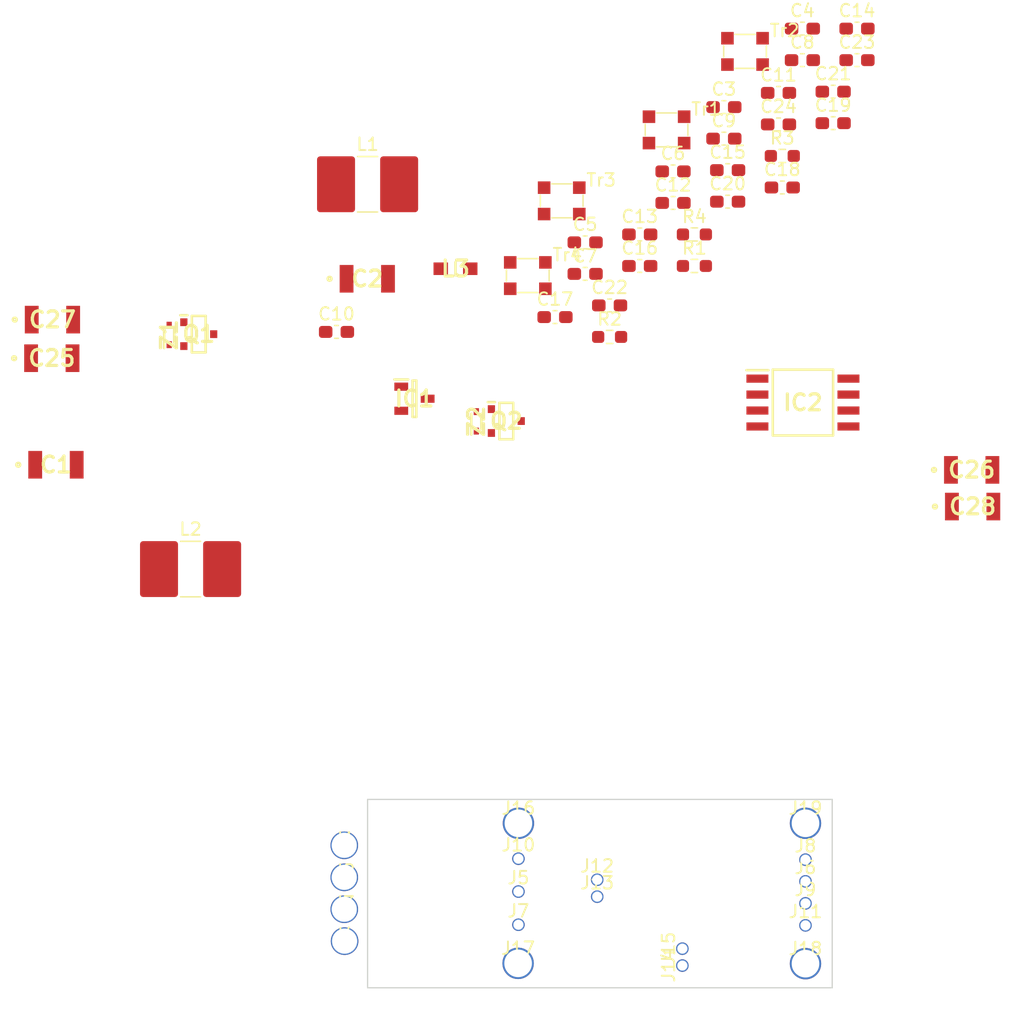
<source format=kicad_pcb>
(kicad_pcb (version 20171130) (host pcbnew "(5.1.5)-3")

  (general
    (thickness 1.6)
    (drawings 32)
    (tracks 0)
    (zones 0)
    (modules 64)
    (nets 26)
  )

  (page A4)
  (layers
    (0 F.Cu signal)
    (31 B.Cu signal)
    (32 B.Adhes user)
    (33 F.Adhes user)
    (34 B.Paste user)
    (35 F.Paste user)
    (36 B.SilkS user)
    (37 F.SilkS user)
    (38 B.Mask user)
    (39 F.Mask user)
    (40 Dwgs.User user)
    (41 Cmts.User user)
    (42 Eco1.User user)
    (43 Eco2.User user)
    (44 Edge.Cuts user)
    (45 Margin user)
    (46 B.CrtYd user)
    (47 F.CrtYd user)
    (48 B.Fab user)
    (49 F.Fab user)
  )

  (setup
    (last_trace_width 0.25)
    (trace_clearance 0.2)
    (zone_clearance 0.508)
    (zone_45_only no)
    (trace_min 0.2)
    (via_size 0.8)
    (via_drill 0.4)
    (via_min_size 0.4)
    (via_min_drill 0.3)
    (uvia_size 0.3)
    (uvia_drill 0.1)
    (uvias_allowed no)
    (uvia_min_size 0.2)
    (uvia_min_drill 0.1)
    (edge_width 0.05)
    (segment_width 0.2)
    (pcb_text_width 0.3)
    (pcb_text_size 1.5 1.5)
    (mod_edge_width 0.12)
    (mod_text_size 1 1)
    (mod_text_width 0.15)
    (pad_size 1.524 1.524)
    (pad_drill 0.762)
    (pad_to_mask_clearance 0)
    (aux_axis_origin 0 0)
    (visible_elements 7FFFFFFF)
    (pcbplotparams
      (layerselection 0x010fc_ffffffff)
      (usegerberextensions false)
      (usegerberattributes true)
      (usegerberadvancedattributes true)
      (creategerberjobfile true)
      (excludeedgelayer true)
      (linewidth 0.100000)
      (plotframeref false)
      (viasonmask false)
      (mode 1)
      (useauxorigin false)
      (hpglpennumber 1)
      (hpglpenspeed 20)
      (hpglpendiameter 15.000000)
      (psnegative false)
      (psa4output false)
      (plotreference true)
      (plotvalue true)
      (plotinvisibletext false)
      (padsonsilk false)
      (subtractmaskfromsilk false)
      (outputformat 1)
      (mirror false)
      (drillshape 1)
      (scaleselection 1)
      (outputdirectory ""))
  )

  (net 0 "")
  (net 1 "Net-(C1-Pad1)")
  (net 2 GND)
  (net 3 "Net-(C2-Pad1)")
  (net 4 "Net-(C6-Pad1)")
  (net 5 "Net-(C7-Pad1)")
  (net 6 "Net-(C8-Pad1)")
  (net 7 "Net-(C9-Pad2)")
  (net 8 GND3)
  (net 9 "Net-(C11-Pad2)")
  (net 10 GND1)
  (net 11 "Net-(C13-Pad2)")
  (net 12 "Net-(C14-Pad2)")
  (net 13 "Net-(C16-Pad2)")
  (net 14 "Net-(C18-Pad1)")
  (net 15 "Net-(C19-Pad2)")
  (net 16 GNDA)
  (net 17 "Net-(C21-Pad2)")
  (net 18 GND2)
  (net 19 "Net-(J1-Pad1)")
  (net 20 "Net-(J3-Pad1)")
  (net 21 "Net-(J4-Pad1)")
  (net 22 "Net-(L3-Pad1)")
  (net 23 "Net-(Q1-Pad1)")
  (net 24 "Net-(Q2-Pad1)")
  (net 25 "Net-(IC2-Pad5)")

  (net_class Default "This is the default net class."
    (clearance 0.2)
    (trace_width 0.25)
    (via_dia 0.8)
    (via_drill 0.4)
    (uvia_dia 0.3)
    (uvia_drill 0.1)
    (add_net GND)
    (add_net GND1)
    (add_net GND2)
    (add_net GND3)
    (add_net GNDA)
    (add_net "Net-(C1-Pad1)")
    (add_net "Net-(C11-Pad2)")
    (add_net "Net-(C13-Pad2)")
    (add_net "Net-(C14-Pad2)")
    (add_net "Net-(C16-Pad2)")
    (add_net "Net-(C18-Pad1)")
    (add_net "Net-(C19-Pad2)")
    (add_net "Net-(C2-Pad1)")
    (add_net "Net-(C21-Pad2)")
    (add_net "Net-(C6-Pad1)")
    (add_net "Net-(C7-Pad1)")
    (add_net "Net-(C8-Pad1)")
    (add_net "Net-(C9-Pad2)")
    (add_net "Net-(IC2-Pad5)")
    (add_net "Net-(J1-Pad1)")
    (add_net "Net-(J3-Pad1)")
    (add_net "Net-(J4-Pad1)")
    (add_net "Net-(L3-Pad1)")
    (add_net "Net-(Q1-Pad1)")
    (add_net "Net-(Q2-Pad1)")
  )

  (module BANO3_Patterns:C3225_Commercial (layer F.Cu) (tedit 0) (tstamp 610C7B0A)
    (at 40.132 101.5238)
    (descr C3225_Commercial)
    (tags Capacitor)
    (path /61163928)
    (attr smd)
    (fp_text reference C1 (at 0 0) (layer F.SilkS)
      (effects (font (size 1.27 1.27) (thickness 0.254)))
    )
    (fp_text value C (at 0 0) (layer F.SilkS) hide
      (effects (font (size 1.27 1.27) (thickness 0.254)))
    )
    (fp_circle (center -3 0) (end -3 0.05) (layer F.SilkS) (width 0.2))
    (fp_line (start -4.1 2.45) (end -4.1 -2.45) (layer F.CrtYd) (width 0.05))
    (fp_line (start 3.2 2.45) (end -4.1 2.45) (layer F.CrtYd) (width 0.05))
    (fp_line (start 3.2 -2.45) (end 3.2 2.45) (layer F.CrtYd) (width 0.05))
    (fp_line (start -4.1 -2.45) (end 3.2 -2.45) (layer F.CrtYd) (width 0.05))
    (fp_line (start -1.6 1.25) (end -1.6 -1.25) (layer F.Fab) (width 0.2))
    (fp_line (start 1.6 1.25) (end -1.6 1.25) (layer F.Fab) (width 0.2))
    (fp_line (start 1.6 -1.25) (end 1.6 1.25) (layer F.Fab) (width 0.2))
    (fp_line (start -1.6 -1.25) (end 1.6 -1.25) (layer F.Fab) (width 0.2))
    (fp_text user %R (at 0 0) (layer F.Fab)
      (effects (font (size 1.27 1.27) (thickness 0.254)))
    )
    (pad 1 smd rect (at -1.65 0) (size 1.1 2.2) (layers F.Cu F.Paste F.Mask)
      (net 1 "Net-(C1-Pad1)"))
    (pad 2 smd rect (at 1.65 0) (size 1.1 2.2) (layers F.Cu F.Paste F.Mask)
      (net 2 GND))
    (model C3225X7R1H106M250AC.stp
      (at (xyz 0 0 0))
      (scale (xyz 1 1 1))
      (rotate (xyz 0 0 0))
    )
  )

  (module BANO3_Patterns:C3225_Commercial (layer F.Cu) (tedit 0) (tstamp 610C7B1A)
    (at 64.925001 86.715001)
    (descr C3225_Commercial)
    (tags Capacitor)
    (path /610E470D)
    (attr smd)
    (fp_text reference C2 (at 0 0) (layer F.SilkS)
      (effects (font (size 1.27 1.27) (thickness 0.254)))
    )
    (fp_text value C (at 0 0) (layer F.SilkS) hide
      (effects (font (size 1.27 1.27) (thickness 0.254)))
    )
    (fp_text user %R (at 0 0) (layer F.Fab)
      (effects (font (size 1.27 1.27) (thickness 0.254)))
    )
    (fp_line (start -1.6 -1.25) (end 1.6 -1.25) (layer F.Fab) (width 0.2))
    (fp_line (start 1.6 -1.25) (end 1.6 1.25) (layer F.Fab) (width 0.2))
    (fp_line (start 1.6 1.25) (end -1.6 1.25) (layer F.Fab) (width 0.2))
    (fp_line (start -1.6 1.25) (end -1.6 -1.25) (layer F.Fab) (width 0.2))
    (fp_line (start -4.1 -2.45) (end 3.2 -2.45) (layer F.CrtYd) (width 0.05))
    (fp_line (start 3.2 -2.45) (end 3.2 2.45) (layer F.CrtYd) (width 0.05))
    (fp_line (start 3.2 2.45) (end -4.1 2.45) (layer F.CrtYd) (width 0.05))
    (fp_line (start -4.1 2.45) (end -4.1 -2.45) (layer F.CrtYd) (width 0.05))
    (fp_circle (center -3 0) (end -3 0.05) (layer F.SilkS) (width 0.2))
    (pad 2 smd rect (at 1.65 0) (size 1.1 2.2) (layers F.Cu F.Paste F.Mask)
      (net 2 GND))
    (pad 1 smd rect (at -1.65 0) (size 1.1 2.2) (layers F.Cu F.Paste F.Mask)
      (net 3 "Net-(C2-Pad1)"))
    (model C3225X7R1H106M250AC.stp
      (at (xyz 0 0 0))
      (scale (xyz 1 1 1))
      (rotate (xyz 0 0 0))
    )
  )

  (module Capacitor_SMD:C_0603_1608Metric_Pad1.08x0.95mm_HandSolder (layer F.Cu) (tedit 5F68FEEF) (tstamp 610C7B2B)
    (at 93.325001 73.045001)
    (descr "Capacitor SMD 0603 (1608 Metric), square (rectangular) end terminal, IPC_7351 nominal with elongated pad for handsoldering. (Body size source: IPC-SM-782 page 76, https://www.pcb-3d.com/wordpress/wp-content/uploads/ipc-sm-782a_amendment_1_and_2.pdf), generated with kicad-footprint-generator")
    (tags "capacitor handsolder")
    (path /6116392E)
    (attr smd)
    (fp_text reference C3 (at 0 -1.43) (layer F.SilkS)
      (effects (font (size 1 1) (thickness 0.15)))
    )
    (fp_text value C (at 0 1.43) (layer F.Fab)
      (effects (font (size 1 1) (thickness 0.15)))
    )
    (fp_line (start 1.65 0.73) (end -1.65 0.73) (layer F.CrtYd) (width 0.05))
    (fp_line (start 1.65 -0.73) (end 1.65 0.73) (layer F.CrtYd) (width 0.05))
    (fp_line (start -1.65 -0.73) (end 1.65 -0.73) (layer F.CrtYd) (width 0.05))
    (fp_line (start -1.65 0.73) (end -1.65 -0.73) (layer F.CrtYd) (width 0.05))
    (fp_line (start -0.146267 0.51) (end 0.146267 0.51) (layer F.SilkS) (width 0.12))
    (fp_line (start -0.146267 -0.51) (end 0.146267 -0.51) (layer F.SilkS) (width 0.12))
    (fp_line (start 0.8 0.4) (end -0.8 0.4) (layer F.Fab) (width 0.1))
    (fp_line (start 0.8 -0.4) (end 0.8 0.4) (layer F.Fab) (width 0.1))
    (fp_line (start -0.8 -0.4) (end 0.8 -0.4) (layer F.Fab) (width 0.1))
    (fp_line (start -0.8 0.4) (end -0.8 -0.4) (layer F.Fab) (width 0.1))
    (fp_text user %R (at 0 0) (layer F.Fab)
      (effects (font (size 0.4 0.4) (thickness 0.06)))
    )
    (pad 1 smd roundrect (at -0.8625 0) (size 1.075 0.95) (layers F.Cu F.Paste F.Mask) (roundrect_rratio 0.25)
      (net 1 "Net-(C1-Pad1)"))
    (pad 2 smd roundrect (at 0.8625 0) (size 1.075 0.95) (layers F.Cu F.Paste F.Mask) (roundrect_rratio 0.25)
      (net 2 GND))
    (model ${KISYS3DMOD}/Capacitor_SMD.3dshapes/C_0603_1608Metric.wrl
      (at (xyz 0 0 0))
      (scale (xyz 1 1 1))
      (rotate (xyz 0 0 0))
    )
  )

  (module Capacitor_SMD:C_0603_1608Metric_Pad1.08x0.95mm_HandSolder (layer F.Cu) (tedit 5F68FEEF) (tstamp 610C7B3C)
    (at 99.575001 66.795001)
    (descr "Capacitor SMD 0603 (1608 Metric), square (rectangular) end terminal, IPC_7351 nominal with elongated pad for handsoldering. (Body size source: IPC-SM-782 page 76, https://www.pcb-3d.com/wordpress/wp-content/uploads/ipc-sm-782a_amendment_1_and_2.pdf), generated with kicad-footprint-generator")
    (tags "capacitor handsolder")
    (path /61179D2C)
    (attr smd)
    (fp_text reference C4 (at 0 -1.43) (layer F.SilkS)
      (effects (font (size 1 1) (thickness 0.15)))
    )
    (fp_text value C (at 0 1.43) (layer F.Fab)
      (effects (font (size 1 1) (thickness 0.15)))
    )
    (fp_line (start 1.65 0.73) (end -1.65 0.73) (layer F.CrtYd) (width 0.05))
    (fp_line (start 1.65 -0.73) (end 1.65 0.73) (layer F.CrtYd) (width 0.05))
    (fp_line (start -1.65 -0.73) (end 1.65 -0.73) (layer F.CrtYd) (width 0.05))
    (fp_line (start -1.65 0.73) (end -1.65 -0.73) (layer F.CrtYd) (width 0.05))
    (fp_line (start -0.146267 0.51) (end 0.146267 0.51) (layer F.SilkS) (width 0.12))
    (fp_line (start -0.146267 -0.51) (end 0.146267 -0.51) (layer F.SilkS) (width 0.12))
    (fp_line (start 0.8 0.4) (end -0.8 0.4) (layer F.Fab) (width 0.1))
    (fp_line (start 0.8 -0.4) (end 0.8 0.4) (layer F.Fab) (width 0.1))
    (fp_line (start -0.8 -0.4) (end 0.8 -0.4) (layer F.Fab) (width 0.1))
    (fp_line (start -0.8 0.4) (end -0.8 -0.4) (layer F.Fab) (width 0.1))
    (fp_text user %R (at 0 0) (layer F.Fab)
      (effects (font (size 0.4 0.4) (thickness 0.06)))
    )
    (pad 1 smd roundrect (at -0.8625 0) (size 1.075 0.95) (layers F.Cu F.Paste F.Mask) (roundrect_rratio 0.25)
      (net 3 "Net-(C2-Pad1)"))
    (pad 2 smd roundrect (at 0.8625 0) (size 1.075 0.95) (layers F.Cu F.Paste F.Mask) (roundrect_rratio 0.25)
      (net 2 GND))
    (model ${KISYS3DMOD}/Capacitor_SMD.3dshapes/C_0603_1608Metric.wrl
      (at (xyz 0 0 0))
      (scale (xyz 1 1 1))
      (rotate (xyz 0 0 0))
    )
  )

  (module Capacitor_SMD:C_0603_1608Metric_Pad1.08x0.95mm_HandSolder (layer F.Cu) (tedit 5F68FEEF) (tstamp 610C7B4D)
    (at 82.275001 83.815001)
    (descr "Capacitor SMD 0603 (1608 Metric), square (rectangular) end terminal, IPC_7351 nominal with elongated pad for handsoldering. (Body size source: IPC-SM-782 page 76, https://www.pcb-3d.com/wordpress/wp-content/uploads/ipc-sm-782a_amendment_1_and_2.pdf), generated with kicad-footprint-generator")
    (tags "capacitor handsolder")
    (path /610E5371)
    (attr smd)
    (fp_text reference C5 (at 0 -1.43) (layer F.SilkS)
      (effects (font (size 1 1) (thickness 0.15)))
    )
    (fp_text value C (at 0 1.43) (layer F.Fab)
      (effects (font (size 1 1) (thickness 0.15)))
    )
    (fp_line (start 1.65 0.73) (end -1.65 0.73) (layer F.CrtYd) (width 0.05))
    (fp_line (start 1.65 -0.73) (end 1.65 0.73) (layer F.CrtYd) (width 0.05))
    (fp_line (start -1.65 -0.73) (end 1.65 -0.73) (layer F.CrtYd) (width 0.05))
    (fp_line (start -1.65 0.73) (end -1.65 -0.73) (layer F.CrtYd) (width 0.05))
    (fp_line (start -0.146267 0.51) (end 0.146267 0.51) (layer F.SilkS) (width 0.12))
    (fp_line (start -0.146267 -0.51) (end 0.146267 -0.51) (layer F.SilkS) (width 0.12))
    (fp_line (start 0.8 0.4) (end -0.8 0.4) (layer F.Fab) (width 0.1))
    (fp_line (start 0.8 -0.4) (end 0.8 0.4) (layer F.Fab) (width 0.1))
    (fp_line (start -0.8 -0.4) (end 0.8 -0.4) (layer F.Fab) (width 0.1))
    (fp_line (start -0.8 0.4) (end -0.8 -0.4) (layer F.Fab) (width 0.1))
    (fp_text user %R (at 0 0) (layer F.Fab)
      (effects (font (size 0.4 0.4) (thickness 0.06)))
    )
    (pad 1 smd roundrect (at -0.8625 0) (size 1.075 0.95) (layers F.Cu F.Paste F.Mask) (roundrect_rratio 0.25)
      (net 3 "Net-(C2-Pad1)"))
    (pad 2 smd roundrect (at 0.8625 0) (size 1.075 0.95) (layers F.Cu F.Paste F.Mask) (roundrect_rratio 0.25)
      (net 2 GND))
    (model ${KISYS3DMOD}/Capacitor_SMD.3dshapes/C_0603_1608Metric.wrl
      (at (xyz 0 0 0))
      (scale (xyz 1 1 1))
      (rotate (xyz 0 0 0))
    )
  )

  (module Capacitor_SMD:C_0603_1608Metric_Pad1.08x0.95mm_HandSolder (layer F.Cu) (tedit 5F68FEEF) (tstamp 610C7B5E)
    (at 89.275001 78.165001)
    (descr "Capacitor SMD 0603 (1608 Metric), square (rectangular) end terminal, IPC_7351 nominal with elongated pad for handsoldering. (Body size source: IPC-SM-782 page 76, https://www.pcb-3d.com/wordpress/wp-content/uploads/ipc-sm-782a_amendment_1_and_2.pdf), generated with kicad-footprint-generator")
    (tags "capacitor handsolder")
    (path /6117E47C)
    (attr smd)
    (fp_text reference C6 (at 0 -1.43) (layer F.SilkS)
      (effects (font (size 1 1) (thickness 0.15)))
    )
    (fp_text value C (at 0 1.43) (layer F.Fab)
      (effects (font (size 1 1) (thickness 0.15)))
    )
    (fp_text user %R (at 0 0) (layer F.Fab)
      (effects (font (size 0.4 0.4) (thickness 0.06)))
    )
    (fp_line (start -0.8 0.4) (end -0.8 -0.4) (layer F.Fab) (width 0.1))
    (fp_line (start -0.8 -0.4) (end 0.8 -0.4) (layer F.Fab) (width 0.1))
    (fp_line (start 0.8 -0.4) (end 0.8 0.4) (layer F.Fab) (width 0.1))
    (fp_line (start 0.8 0.4) (end -0.8 0.4) (layer F.Fab) (width 0.1))
    (fp_line (start -0.146267 -0.51) (end 0.146267 -0.51) (layer F.SilkS) (width 0.12))
    (fp_line (start -0.146267 0.51) (end 0.146267 0.51) (layer F.SilkS) (width 0.12))
    (fp_line (start -1.65 0.73) (end -1.65 -0.73) (layer F.CrtYd) (width 0.05))
    (fp_line (start -1.65 -0.73) (end 1.65 -0.73) (layer F.CrtYd) (width 0.05))
    (fp_line (start 1.65 -0.73) (end 1.65 0.73) (layer F.CrtYd) (width 0.05))
    (fp_line (start 1.65 0.73) (end -1.65 0.73) (layer F.CrtYd) (width 0.05))
    (pad 2 smd roundrect (at 0.8625 0) (size 1.075 0.95) (layers F.Cu F.Paste F.Mask) (roundrect_rratio 0.25)
      (net 2 GND))
    (pad 1 smd roundrect (at -0.8625 0) (size 1.075 0.95) (layers F.Cu F.Paste F.Mask) (roundrect_rratio 0.25)
      (net 4 "Net-(C6-Pad1)"))
    (model ${KISYS3DMOD}/Capacitor_SMD.3dshapes/C_0603_1608Metric.wrl
      (at (xyz 0 0 0))
      (scale (xyz 1 1 1))
      (rotate (xyz 0 0 0))
    )
  )

  (module Capacitor_SMD:C_0603_1608Metric_Pad1.08x0.95mm_HandSolder (layer F.Cu) (tedit 5F68FEEF) (tstamp 610C7B6F)
    (at 82.275001 86.325001)
    (descr "Capacitor SMD 0603 (1608 Metric), square (rectangular) end terminal, IPC_7351 nominal with elongated pad for handsoldering. (Body size source: IPC-SM-782 page 76, https://www.pcb-3d.com/wordpress/wp-content/uploads/ipc-sm-782a_amendment_1_and_2.pdf), generated with kicad-footprint-generator")
    (tags "capacitor handsolder")
    (path /611638EC)
    (attr smd)
    (fp_text reference C7 (at 0 -1.43) (layer F.SilkS)
      (effects (font (size 1 1) (thickness 0.15)))
    )
    (fp_text value C (at 0 1.43) (layer F.Fab)
      (effects (font (size 1 1) (thickness 0.15)))
    )
    (fp_text user %R (at 0 0) (layer F.Fab)
      (effects (font (size 0.4 0.4) (thickness 0.06)))
    )
    (fp_line (start -0.8 0.4) (end -0.8 -0.4) (layer F.Fab) (width 0.1))
    (fp_line (start -0.8 -0.4) (end 0.8 -0.4) (layer F.Fab) (width 0.1))
    (fp_line (start 0.8 -0.4) (end 0.8 0.4) (layer F.Fab) (width 0.1))
    (fp_line (start 0.8 0.4) (end -0.8 0.4) (layer F.Fab) (width 0.1))
    (fp_line (start -0.146267 -0.51) (end 0.146267 -0.51) (layer F.SilkS) (width 0.12))
    (fp_line (start -0.146267 0.51) (end 0.146267 0.51) (layer F.SilkS) (width 0.12))
    (fp_line (start -1.65 0.73) (end -1.65 -0.73) (layer F.CrtYd) (width 0.05))
    (fp_line (start -1.65 -0.73) (end 1.65 -0.73) (layer F.CrtYd) (width 0.05))
    (fp_line (start 1.65 -0.73) (end 1.65 0.73) (layer F.CrtYd) (width 0.05))
    (fp_line (start 1.65 0.73) (end -1.65 0.73) (layer F.CrtYd) (width 0.05))
    (pad 2 smd roundrect (at 0.8625 0) (size 1.075 0.95) (layers F.Cu F.Paste F.Mask) (roundrect_rratio 0.25)
      (net 2 GND))
    (pad 1 smd roundrect (at -0.8625 0) (size 1.075 0.95) (layers F.Cu F.Paste F.Mask) (roundrect_rratio 0.25)
      (net 5 "Net-(C7-Pad1)"))
    (model ${KISYS3DMOD}/Capacitor_SMD.3dshapes/C_0603_1608Metric.wrl
      (at (xyz 0 0 0))
      (scale (xyz 1 1 1))
      (rotate (xyz 0 0 0))
    )
  )

  (module Capacitor_SMD:C_0603_1608Metric_Pad1.08x0.95mm_HandSolder (layer F.Cu) (tedit 5F68FEEF) (tstamp 610C7B80)
    (at 99.575001 69.305001)
    (descr "Capacitor SMD 0603 (1608 Metric), square (rectangular) end terminal, IPC_7351 nominal with elongated pad for handsoldering. (Body size source: IPC-SM-782 page 76, https://www.pcb-3d.com/wordpress/wp-content/uploads/ipc-sm-782a_amendment_1_and_2.pdf), generated with kicad-footprint-generator")
    (tags "capacitor handsolder")
    (path /610C7E39)
    (attr smd)
    (fp_text reference C8 (at 0 -1.43) (layer F.SilkS)
      (effects (font (size 1 1) (thickness 0.15)))
    )
    (fp_text value C (at 0 1.43) (layer F.Fab)
      (effects (font (size 1 1) (thickness 0.15)))
    )
    (fp_line (start 1.65 0.73) (end -1.65 0.73) (layer F.CrtYd) (width 0.05))
    (fp_line (start 1.65 -0.73) (end 1.65 0.73) (layer F.CrtYd) (width 0.05))
    (fp_line (start -1.65 -0.73) (end 1.65 -0.73) (layer F.CrtYd) (width 0.05))
    (fp_line (start -1.65 0.73) (end -1.65 -0.73) (layer F.CrtYd) (width 0.05))
    (fp_line (start -0.146267 0.51) (end 0.146267 0.51) (layer F.SilkS) (width 0.12))
    (fp_line (start -0.146267 -0.51) (end 0.146267 -0.51) (layer F.SilkS) (width 0.12))
    (fp_line (start 0.8 0.4) (end -0.8 0.4) (layer F.Fab) (width 0.1))
    (fp_line (start 0.8 -0.4) (end 0.8 0.4) (layer F.Fab) (width 0.1))
    (fp_line (start -0.8 -0.4) (end 0.8 -0.4) (layer F.Fab) (width 0.1))
    (fp_line (start -0.8 0.4) (end -0.8 -0.4) (layer F.Fab) (width 0.1))
    (fp_text user %R (at 0 0) (layer F.Fab)
      (effects (font (size 0.4 0.4) (thickness 0.06)))
    )
    (pad 1 smd roundrect (at -0.8625 0) (size 1.075 0.95) (layers F.Cu F.Paste F.Mask) (roundrect_rratio 0.25)
      (net 6 "Net-(C8-Pad1)"))
    (pad 2 smd roundrect (at 0.8625 0) (size 1.075 0.95) (layers F.Cu F.Paste F.Mask) (roundrect_rratio 0.25)
      (net 2 GND))
    (model ${KISYS3DMOD}/Capacitor_SMD.3dshapes/C_0603_1608Metric.wrl
      (at (xyz 0 0 0))
      (scale (xyz 1 1 1))
      (rotate (xyz 0 0 0))
    )
  )

  (module Capacitor_SMD:C_0603_1608Metric_Pad1.08x0.95mm_HandSolder (layer F.Cu) (tedit 5F68FEEF) (tstamp 610C7B91)
    (at 93.325001 75.555001)
    (descr "Capacitor SMD 0603 (1608 Metric), square (rectangular) end terminal, IPC_7351 nominal with elongated pad for handsoldering. (Body size source: IPC-SM-782 page 76, https://www.pcb-3d.com/wordpress/wp-content/uploads/ipc-sm-782a_amendment_1_and_2.pdf), generated with kicad-footprint-generator")
    (tags "capacitor handsolder")
    (path /611638F2)
    (attr smd)
    (fp_text reference C9 (at 0 -1.43) (layer F.SilkS)
      (effects (font (size 1 1) (thickness 0.15)))
    )
    (fp_text value C (at 0 1.43) (layer F.Fab)
      (effects (font (size 1 1) (thickness 0.15)))
    )
    (fp_line (start 1.65 0.73) (end -1.65 0.73) (layer F.CrtYd) (width 0.05))
    (fp_line (start 1.65 -0.73) (end 1.65 0.73) (layer F.CrtYd) (width 0.05))
    (fp_line (start -1.65 -0.73) (end 1.65 -0.73) (layer F.CrtYd) (width 0.05))
    (fp_line (start -1.65 0.73) (end -1.65 -0.73) (layer F.CrtYd) (width 0.05))
    (fp_line (start -0.146267 0.51) (end 0.146267 0.51) (layer F.SilkS) (width 0.12))
    (fp_line (start -0.146267 -0.51) (end 0.146267 -0.51) (layer F.SilkS) (width 0.12))
    (fp_line (start 0.8 0.4) (end -0.8 0.4) (layer F.Fab) (width 0.1))
    (fp_line (start 0.8 -0.4) (end 0.8 0.4) (layer F.Fab) (width 0.1))
    (fp_line (start -0.8 -0.4) (end 0.8 -0.4) (layer F.Fab) (width 0.1))
    (fp_line (start -0.8 0.4) (end -0.8 -0.4) (layer F.Fab) (width 0.1))
    (fp_text user %R (at 0 0) (layer F.Fab)
      (effects (font (size 0.4 0.4) (thickness 0.06)))
    )
    (pad 1 smd roundrect (at -0.8625 0) (size 1.075 0.95) (layers F.Cu F.Paste F.Mask) (roundrect_rratio 0.25)
      (net 2 GND))
    (pad 2 smd roundrect (at 0.8625 0) (size 1.075 0.95) (layers F.Cu F.Paste F.Mask) (roundrect_rratio 0.25)
      (net 7 "Net-(C9-Pad2)"))
    (model ${KISYS3DMOD}/Capacitor_SMD.3dshapes/C_0603_1608Metric.wrl
      (at (xyz 0 0 0))
      (scale (xyz 1 1 1))
      (rotate (xyz 0 0 0))
    )
  )

  (module Capacitor_SMD:C_0603_1608Metric_Pad1.08x0.95mm_HandSolder (layer F.Cu) (tedit 5F68FEEF) (tstamp 610C7BA2)
    (at 62.475001 90.945001)
    (descr "Capacitor SMD 0603 (1608 Metric), square (rectangular) end terminal, IPC_7351 nominal with elongated pad for handsoldering. (Body size source: IPC-SM-782 page 76, https://www.pcb-3d.com/wordpress/wp-content/uploads/ipc-sm-782a_amendment_1_and_2.pdf), generated with kicad-footprint-generator")
    (tags "capacitor handsolder")
    (path /611638F8)
    (attr smd)
    (fp_text reference C10 (at 0 -1.43) (layer F.SilkS)
      (effects (font (size 1 1) (thickness 0.15)))
    )
    (fp_text value C (at 0 1.43) (layer F.Fab)
      (effects (font (size 1 1) (thickness 0.15)))
    )
    (fp_text user %R (at 0 0) (layer F.Fab)
      (effects (font (size 0.4 0.4) (thickness 0.06)))
    )
    (fp_line (start -0.8 0.4) (end -0.8 -0.4) (layer F.Fab) (width 0.1))
    (fp_line (start -0.8 -0.4) (end 0.8 -0.4) (layer F.Fab) (width 0.1))
    (fp_line (start 0.8 -0.4) (end 0.8 0.4) (layer F.Fab) (width 0.1))
    (fp_line (start 0.8 0.4) (end -0.8 0.4) (layer F.Fab) (width 0.1))
    (fp_line (start -0.146267 -0.51) (end 0.146267 -0.51) (layer F.SilkS) (width 0.12))
    (fp_line (start -0.146267 0.51) (end 0.146267 0.51) (layer F.SilkS) (width 0.12))
    (fp_line (start -1.65 0.73) (end -1.65 -0.73) (layer F.CrtYd) (width 0.05))
    (fp_line (start -1.65 -0.73) (end 1.65 -0.73) (layer F.CrtYd) (width 0.05))
    (fp_line (start 1.65 -0.73) (end 1.65 0.73) (layer F.CrtYd) (width 0.05))
    (fp_line (start 1.65 0.73) (end -1.65 0.73) (layer F.CrtYd) (width 0.05))
    (pad 2 smd roundrect (at 0.8625 0) (size 1.075 0.95) (layers F.Cu F.Paste F.Mask) (roundrect_rratio 0.25)
      (net 2 GND))
    (pad 1 smd roundrect (at -0.8625 0) (size 1.075 0.95) (layers F.Cu F.Paste F.Mask) (roundrect_rratio 0.25)
      (net 8 GND3))
    (model ${KISYS3DMOD}/Capacitor_SMD.3dshapes/C_0603_1608Metric.wrl
      (at (xyz 0 0 0))
      (scale (xyz 1 1 1))
      (rotate (xyz 0 0 0))
    )
  )

  (module Capacitor_SMD:C_0603_1608Metric_Pad1.08x0.95mm_HandSolder (layer F.Cu) (tedit 5F68FEEF) (tstamp 610C7BB3)
    (at 97.675001 71.915001)
    (descr "Capacitor SMD 0603 (1608 Metric), square (rectangular) end terminal, IPC_7351 nominal with elongated pad for handsoldering. (Body size source: IPC-SM-782 page 76, https://www.pcb-3d.com/wordpress/wp-content/uploads/ipc-sm-782a_amendment_1_and_2.pdf), generated with kicad-footprint-generator")
    (tags "capacitor handsolder")
    (path /610C8F9F)
    (attr smd)
    (fp_text reference C11 (at 0 -1.43) (layer F.SilkS)
      (effects (font (size 1 1) (thickness 0.15)))
    )
    (fp_text value C (at 0 1.43) (layer F.Fab)
      (effects (font (size 1 1) (thickness 0.15)))
    )
    (fp_text user %R (at 0 0) (layer F.Fab)
      (effects (font (size 0.4 0.4) (thickness 0.06)))
    )
    (fp_line (start -0.8 0.4) (end -0.8 -0.4) (layer F.Fab) (width 0.1))
    (fp_line (start -0.8 -0.4) (end 0.8 -0.4) (layer F.Fab) (width 0.1))
    (fp_line (start 0.8 -0.4) (end 0.8 0.4) (layer F.Fab) (width 0.1))
    (fp_line (start 0.8 0.4) (end -0.8 0.4) (layer F.Fab) (width 0.1))
    (fp_line (start -0.146267 -0.51) (end 0.146267 -0.51) (layer F.SilkS) (width 0.12))
    (fp_line (start -0.146267 0.51) (end 0.146267 0.51) (layer F.SilkS) (width 0.12))
    (fp_line (start -1.65 0.73) (end -1.65 -0.73) (layer F.CrtYd) (width 0.05))
    (fp_line (start -1.65 -0.73) (end 1.65 -0.73) (layer F.CrtYd) (width 0.05))
    (fp_line (start 1.65 -0.73) (end 1.65 0.73) (layer F.CrtYd) (width 0.05))
    (fp_line (start 1.65 0.73) (end -1.65 0.73) (layer F.CrtYd) (width 0.05))
    (pad 2 smd roundrect (at 0.8625 0) (size 1.075 0.95) (layers F.Cu F.Paste F.Mask) (roundrect_rratio 0.25)
      (net 9 "Net-(C11-Pad2)"))
    (pad 1 smd roundrect (at -0.8625 0) (size 1.075 0.95) (layers F.Cu F.Paste F.Mask) (roundrect_rratio 0.25)
      (net 2 GND))
    (model ${KISYS3DMOD}/Capacitor_SMD.3dshapes/C_0603_1608Metric.wrl
      (at (xyz 0 0 0))
      (scale (xyz 1 1 1))
      (rotate (xyz 0 0 0))
    )
  )

  (module Capacitor_SMD:C_0603_1608Metric_Pad1.08x0.95mm_HandSolder (layer F.Cu) (tedit 5F68FEEF) (tstamp 610C7BC4)
    (at 89.275001 80.675001)
    (descr "Capacitor SMD 0603 (1608 Metric), square (rectangular) end terminal, IPC_7351 nominal with elongated pad for handsoldering. (Body size source: IPC-SM-782 page 76, https://www.pcb-3d.com/wordpress/wp-content/uploads/ipc-sm-782a_amendment_1_and_2.pdf), generated with kicad-footprint-generator")
    (tags "capacitor handsolder")
    (path /610C93E8)
    (attr smd)
    (fp_text reference C12 (at 0 -1.43) (layer F.SilkS)
      (effects (font (size 1 1) (thickness 0.15)))
    )
    (fp_text value C (at 0 1.43) (layer F.Fab)
      (effects (font (size 1 1) (thickness 0.15)))
    )
    (fp_line (start 1.65 0.73) (end -1.65 0.73) (layer F.CrtYd) (width 0.05))
    (fp_line (start 1.65 -0.73) (end 1.65 0.73) (layer F.CrtYd) (width 0.05))
    (fp_line (start -1.65 -0.73) (end 1.65 -0.73) (layer F.CrtYd) (width 0.05))
    (fp_line (start -1.65 0.73) (end -1.65 -0.73) (layer F.CrtYd) (width 0.05))
    (fp_line (start -0.146267 0.51) (end 0.146267 0.51) (layer F.SilkS) (width 0.12))
    (fp_line (start -0.146267 -0.51) (end 0.146267 -0.51) (layer F.SilkS) (width 0.12))
    (fp_line (start 0.8 0.4) (end -0.8 0.4) (layer F.Fab) (width 0.1))
    (fp_line (start 0.8 -0.4) (end 0.8 0.4) (layer F.Fab) (width 0.1))
    (fp_line (start -0.8 -0.4) (end 0.8 -0.4) (layer F.Fab) (width 0.1))
    (fp_line (start -0.8 0.4) (end -0.8 -0.4) (layer F.Fab) (width 0.1))
    (fp_text user %R (at 0 0) (layer F.Fab)
      (effects (font (size 0.4 0.4) (thickness 0.06)))
    )
    (pad 1 smd roundrect (at -0.8625 0) (size 1.075 0.95) (layers F.Cu F.Paste F.Mask) (roundrect_rratio 0.25)
      (net 10 GND1))
    (pad 2 smd roundrect (at 0.8625 0) (size 1.075 0.95) (layers F.Cu F.Paste F.Mask) (roundrect_rratio 0.25)
      (net 2 GND))
    (model ${KISYS3DMOD}/Capacitor_SMD.3dshapes/C_0603_1608Metric.wrl
      (at (xyz 0 0 0))
      (scale (xyz 1 1 1))
      (rotate (xyz 0 0 0))
    )
  )

  (module Capacitor_SMD:C_0603_1608Metric_Pad1.08x0.95mm_HandSolder (layer F.Cu) (tedit 5F68FEEF) (tstamp 610C7BD5)
    (at 86.625001 83.185001)
    (descr "Capacitor SMD 0603 (1608 Metric), square (rectangular) end terminal, IPC_7351 nominal with elongated pad for handsoldering. (Body size source: IPC-SM-782 page 76, https://www.pcb-3d.com/wordpress/wp-content/uploads/ipc-sm-782a_amendment_1_and_2.pdf), generated with kicad-footprint-generator")
    (tags "capacitor handsolder")
    (path /61216B6E)
    (attr smd)
    (fp_text reference C13 (at 0 -1.43) (layer F.SilkS)
      (effects (font (size 1 1) (thickness 0.15)))
    )
    (fp_text value C (at 0 1.43) (layer F.Fab)
      (effects (font (size 1 1) (thickness 0.15)))
    )
    (fp_text user %R (at 0 0) (layer F.Fab)
      (effects (font (size 0.4 0.4) (thickness 0.06)))
    )
    (fp_line (start -0.8 0.4) (end -0.8 -0.4) (layer F.Fab) (width 0.1))
    (fp_line (start -0.8 -0.4) (end 0.8 -0.4) (layer F.Fab) (width 0.1))
    (fp_line (start 0.8 -0.4) (end 0.8 0.4) (layer F.Fab) (width 0.1))
    (fp_line (start 0.8 0.4) (end -0.8 0.4) (layer F.Fab) (width 0.1))
    (fp_line (start -0.146267 -0.51) (end 0.146267 -0.51) (layer F.SilkS) (width 0.12))
    (fp_line (start -0.146267 0.51) (end 0.146267 0.51) (layer F.SilkS) (width 0.12))
    (fp_line (start -1.65 0.73) (end -1.65 -0.73) (layer F.CrtYd) (width 0.05))
    (fp_line (start -1.65 -0.73) (end 1.65 -0.73) (layer F.CrtYd) (width 0.05))
    (fp_line (start 1.65 -0.73) (end 1.65 0.73) (layer F.CrtYd) (width 0.05))
    (fp_line (start 1.65 0.73) (end -1.65 0.73) (layer F.CrtYd) (width 0.05))
    (pad 2 smd roundrect (at 0.8625 0) (size 1.075 0.95) (layers F.Cu F.Paste F.Mask) (roundrect_rratio 0.25)
      (net 11 "Net-(C13-Pad2)"))
    (pad 1 smd roundrect (at -0.8625 0) (size 1.075 0.95) (layers F.Cu F.Paste F.Mask) (roundrect_rratio 0.25)
      (net 2 GND))
    (model ${KISYS3DMOD}/Capacitor_SMD.3dshapes/C_0603_1608Metric.wrl
      (at (xyz 0 0 0))
      (scale (xyz 1 1 1))
      (rotate (xyz 0 0 0))
    )
  )

  (module Capacitor_SMD:C_0603_1608Metric_Pad1.08x0.95mm_HandSolder (layer F.Cu) (tedit 5F68FEEF) (tstamp 610C7BE6)
    (at 103.925001 66.795001)
    (descr "Capacitor SMD 0603 (1608 Metric), square (rectangular) end terminal, IPC_7351 nominal with elongated pad for handsoldering. (Body size source: IPC-SM-782 page 76, https://www.pcb-3d.com/wordpress/wp-content/uploads/ipc-sm-782a_amendment_1_and_2.pdf), generated with kicad-footprint-generator")
    (tags "capacitor handsolder")
    (path /611638FE)
    (attr smd)
    (fp_text reference C14 (at 0 -1.43) (layer F.SilkS)
      (effects (font (size 1 1) (thickness 0.15)))
    )
    (fp_text value C (at 0 1.43) (layer F.Fab)
      (effects (font (size 1 1) (thickness 0.15)))
    )
    (fp_line (start 1.65 0.73) (end -1.65 0.73) (layer F.CrtYd) (width 0.05))
    (fp_line (start 1.65 -0.73) (end 1.65 0.73) (layer F.CrtYd) (width 0.05))
    (fp_line (start -1.65 -0.73) (end 1.65 -0.73) (layer F.CrtYd) (width 0.05))
    (fp_line (start -1.65 0.73) (end -1.65 -0.73) (layer F.CrtYd) (width 0.05))
    (fp_line (start -0.146267 0.51) (end 0.146267 0.51) (layer F.SilkS) (width 0.12))
    (fp_line (start -0.146267 -0.51) (end 0.146267 -0.51) (layer F.SilkS) (width 0.12))
    (fp_line (start 0.8 0.4) (end -0.8 0.4) (layer F.Fab) (width 0.1))
    (fp_line (start 0.8 -0.4) (end 0.8 0.4) (layer F.Fab) (width 0.1))
    (fp_line (start -0.8 -0.4) (end 0.8 -0.4) (layer F.Fab) (width 0.1))
    (fp_line (start -0.8 0.4) (end -0.8 -0.4) (layer F.Fab) (width 0.1))
    (fp_text user %R (at 0 0) (layer F.Fab)
      (effects (font (size 0.4 0.4) (thickness 0.06)))
    )
    (pad 1 smd roundrect (at -0.8625 0) (size 1.075 0.95) (layers F.Cu F.Paste F.Mask) (roundrect_rratio 0.25)
      (net 2 GND))
    (pad 2 smd roundrect (at 0.8625 0) (size 1.075 0.95) (layers F.Cu F.Paste F.Mask) (roundrect_rratio 0.25)
      (net 12 "Net-(C14-Pad2)"))
    (model ${KISYS3DMOD}/Capacitor_SMD.3dshapes/C_0603_1608Metric.wrl
      (at (xyz 0 0 0))
      (scale (xyz 1 1 1))
      (rotate (xyz 0 0 0))
    )
  )

  (module Capacitor_SMD:C_0603_1608Metric_Pad1.08x0.95mm_HandSolder (layer F.Cu) (tedit 5F68FEEF) (tstamp 610C7BF7)
    (at 93.625001 78.065001)
    (descr "Capacitor SMD 0603 (1608 Metric), square (rectangular) end terminal, IPC_7351 nominal with elongated pad for handsoldering. (Body size source: IPC-SM-782 page 76, https://www.pcb-3d.com/wordpress/wp-content/uploads/ipc-sm-782a_amendment_1_and_2.pdf), generated with kicad-footprint-generator")
    (tags "capacitor handsolder")
    (path /61163904)
    (attr smd)
    (fp_text reference C15 (at 0 -1.43) (layer F.SilkS)
      (effects (font (size 1 1) (thickness 0.15)))
    )
    (fp_text value C (at 0 1.43) (layer F.Fab)
      (effects (font (size 1 1) (thickness 0.15)))
    )
    (fp_text user %R (at 0 0) (layer F.Fab)
      (effects (font (size 0.4 0.4) (thickness 0.06)))
    )
    (fp_line (start -0.8 0.4) (end -0.8 -0.4) (layer F.Fab) (width 0.1))
    (fp_line (start -0.8 -0.4) (end 0.8 -0.4) (layer F.Fab) (width 0.1))
    (fp_line (start 0.8 -0.4) (end 0.8 0.4) (layer F.Fab) (width 0.1))
    (fp_line (start 0.8 0.4) (end -0.8 0.4) (layer F.Fab) (width 0.1))
    (fp_line (start -0.146267 -0.51) (end 0.146267 -0.51) (layer F.SilkS) (width 0.12))
    (fp_line (start -0.146267 0.51) (end 0.146267 0.51) (layer F.SilkS) (width 0.12))
    (fp_line (start -1.65 0.73) (end -1.65 -0.73) (layer F.CrtYd) (width 0.05))
    (fp_line (start -1.65 -0.73) (end 1.65 -0.73) (layer F.CrtYd) (width 0.05))
    (fp_line (start 1.65 -0.73) (end 1.65 0.73) (layer F.CrtYd) (width 0.05))
    (fp_line (start 1.65 0.73) (end -1.65 0.73) (layer F.CrtYd) (width 0.05))
    (pad 2 smd roundrect (at 0.8625 0) (size 1.075 0.95) (layers F.Cu F.Paste F.Mask) (roundrect_rratio 0.25)
      (net 2 GND))
    (pad 1 smd roundrect (at -0.8625 0) (size 1.075 0.95) (layers F.Cu F.Paste F.Mask) (roundrect_rratio 0.25)
      (net 8 GND3))
    (model ${KISYS3DMOD}/Capacitor_SMD.3dshapes/C_0603_1608Metric.wrl
      (at (xyz 0 0 0))
      (scale (xyz 1 1 1))
      (rotate (xyz 0 0 0))
    )
  )

  (module Capacitor_SMD:C_0603_1608Metric_Pad1.08x0.95mm_HandSolder (layer F.Cu) (tedit 5F68FEEF) (tstamp 610C7C08)
    (at 86.625001 85.695001)
    (descr "Capacitor SMD 0603 (1608 Metric), square (rectangular) end terminal, IPC_7351 nominal with elongated pad for handsoldering. (Body size source: IPC-SM-782 page 76, https://www.pcb-3d.com/wordpress/wp-content/uploads/ipc-sm-782a_amendment_1_and_2.pdf), generated with kicad-footprint-generator")
    (tags "capacitor handsolder")
    (path /610CAA81)
    (attr smd)
    (fp_text reference C16 (at 0 -1.43) (layer F.SilkS)
      (effects (font (size 1 1) (thickness 0.15)))
    )
    (fp_text value C (at 0 1.43) (layer F.Fab)
      (effects (font (size 1 1) (thickness 0.15)))
    )
    (fp_text user %R (at 0 0) (layer F.Fab)
      (effects (font (size 0.4 0.4) (thickness 0.06)))
    )
    (fp_line (start -0.8 0.4) (end -0.8 -0.4) (layer F.Fab) (width 0.1))
    (fp_line (start -0.8 -0.4) (end 0.8 -0.4) (layer F.Fab) (width 0.1))
    (fp_line (start 0.8 -0.4) (end 0.8 0.4) (layer F.Fab) (width 0.1))
    (fp_line (start 0.8 0.4) (end -0.8 0.4) (layer F.Fab) (width 0.1))
    (fp_line (start -0.146267 -0.51) (end 0.146267 -0.51) (layer F.SilkS) (width 0.12))
    (fp_line (start -0.146267 0.51) (end 0.146267 0.51) (layer F.SilkS) (width 0.12))
    (fp_line (start -1.65 0.73) (end -1.65 -0.73) (layer F.CrtYd) (width 0.05))
    (fp_line (start -1.65 -0.73) (end 1.65 -0.73) (layer F.CrtYd) (width 0.05))
    (fp_line (start 1.65 -0.73) (end 1.65 0.73) (layer F.CrtYd) (width 0.05))
    (fp_line (start 1.65 0.73) (end -1.65 0.73) (layer F.CrtYd) (width 0.05))
    (pad 2 smd roundrect (at 0.8625 0) (size 1.075 0.95) (layers F.Cu F.Paste F.Mask) (roundrect_rratio 0.25)
      (net 13 "Net-(C16-Pad2)"))
    (pad 1 smd roundrect (at -0.8625 0) (size 1.075 0.95) (layers F.Cu F.Paste F.Mask) (roundrect_rratio 0.25)
      (net 2 GND))
    (model ${KISYS3DMOD}/Capacitor_SMD.3dshapes/C_0603_1608Metric.wrl
      (at (xyz 0 0 0))
      (scale (xyz 1 1 1))
      (rotate (xyz 0 0 0))
    )
  )

  (module Capacitor_SMD:C_0603_1608Metric_Pad1.08x0.95mm_HandSolder (layer F.Cu) (tedit 5F68FEEF) (tstamp 610C7C19)
    (at 79.875001 89.765001)
    (descr "Capacitor SMD 0603 (1608 Metric), square (rectangular) end terminal, IPC_7351 nominal with elongated pad for handsoldering. (Body size source: IPC-SM-782 page 76, https://www.pcb-3d.com/wordpress/wp-content/uploads/ipc-sm-782a_amendment_1_and_2.pdf), generated with kicad-footprint-generator")
    (tags "capacitor handsolder")
    (path /610CAFFB)
    (attr smd)
    (fp_text reference C17 (at 0 -1.43) (layer F.SilkS)
      (effects (font (size 1 1) (thickness 0.15)))
    )
    (fp_text value C (at 0 1.43) (layer F.Fab)
      (effects (font (size 1 1) (thickness 0.15)))
    )
    (fp_line (start 1.65 0.73) (end -1.65 0.73) (layer F.CrtYd) (width 0.05))
    (fp_line (start 1.65 -0.73) (end 1.65 0.73) (layer F.CrtYd) (width 0.05))
    (fp_line (start -1.65 -0.73) (end 1.65 -0.73) (layer F.CrtYd) (width 0.05))
    (fp_line (start -1.65 0.73) (end -1.65 -0.73) (layer F.CrtYd) (width 0.05))
    (fp_line (start -0.146267 0.51) (end 0.146267 0.51) (layer F.SilkS) (width 0.12))
    (fp_line (start -0.146267 -0.51) (end 0.146267 -0.51) (layer F.SilkS) (width 0.12))
    (fp_line (start 0.8 0.4) (end -0.8 0.4) (layer F.Fab) (width 0.1))
    (fp_line (start 0.8 -0.4) (end 0.8 0.4) (layer F.Fab) (width 0.1))
    (fp_line (start -0.8 -0.4) (end 0.8 -0.4) (layer F.Fab) (width 0.1))
    (fp_line (start -0.8 0.4) (end -0.8 -0.4) (layer F.Fab) (width 0.1))
    (fp_text user %R (at 0 0) (layer F.Fab)
      (effects (font (size 0.4 0.4) (thickness 0.06)))
    )
    (pad 1 smd roundrect (at -0.8625 0) (size 1.075 0.95) (layers F.Cu F.Paste F.Mask) (roundrect_rratio 0.25)
      (net 10 GND1))
    (pad 2 smd roundrect (at 0.8625 0) (size 1.075 0.95) (layers F.Cu F.Paste F.Mask) (roundrect_rratio 0.25)
      (net 2 GND))
    (model ${KISYS3DMOD}/Capacitor_SMD.3dshapes/C_0603_1608Metric.wrl
      (at (xyz 0 0 0))
      (scale (xyz 1 1 1))
      (rotate (xyz 0 0 0))
    )
  )

  (module Capacitor_SMD:C_0603_1608Metric_Pad1.08x0.95mm_HandSolder (layer F.Cu) (tedit 5F68FEEF) (tstamp 610C7C2A)
    (at 97.975001 79.445001)
    (descr "Capacitor SMD 0603 (1608 Metric), square (rectangular) end terminal, IPC_7351 nominal with elongated pad for handsoldering. (Body size source: IPC-SM-782 page 76, https://www.pcb-3d.com/wordpress/wp-content/uploads/ipc-sm-782a_amendment_1_and_2.pdf), generated with kicad-footprint-generator")
    (tags "capacitor handsolder")
    (path /61249851)
    (attr smd)
    (fp_text reference C18 (at 0 -1.43) (layer F.SilkS)
      (effects (font (size 1 1) (thickness 0.15)))
    )
    (fp_text value C (at 0 1.43) (layer F.Fab)
      (effects (font (size 1 1) (thickness 0.15)))
    )
    (fp_line (start 1.65 0.73) (end -1.65 0.73) (layer F.CrtYd) (width 0.05))
    (fp_line (start 1.65 -0.73) (end 1.65 0.73) (layer F.CrtYd) (width 0.05))
    (fp_line (start -1.65 -0.73) (end 1.65 -0.73) (layer F.CrtYd) (width 0.05))
    (fp_line (start -1.65 0.73) (end -1.65 -0.73) (layer F.CrtYd) (width 0.05))
    (fp_line (start -0.146267 0.51) (end 0.146267 0.51) (layer F.SilkS) (width 0.12))
    (fp_line (start -0.146267 -0.51) (end 0.146267 -0.51) (layer F.SilkS) (width 0.12))
    (fp_line (start 0.8 0.4) (end -0.8 0.4) (layer F.Fab) (width 0.1))
    (fp_line (start 0.8 -0.4) (end 0.8 0.4) (layer F.Fab) (width 0.1))
    (fp_line (start -0.8 -0.4) (end 0.8 -0.4) (layer F.Fab) (width 0.1))
    (fp_line (start -0.8 0.4) (end -0.8 -0.4) (layer F.Fab) (width 0.1))
    (fp_text user %R (at 0 0) (layer F.Fab)
      (effects (font (size 0.4 0.4) (thickness 0.06)))
    )
    (pad 1 smd roundrect (at -0.8625 0) (size 1.075 0.95) (layers F.Cu F.Paste F.Mask) (roundrect_rratio 0.25)
      (net 14 "Net-(C18-Pad1)"))
    (pad 2 smd roundrect (at 0.8625 0) (size 1.075 0.95) (layers F.Cu F.Paste F.Mask) (roundrect_rratio 0.25)
      (net 2 GND))
    (model ${KISYS3DMOD}/Capacitor_SMD.3dshapes/C_0603_1608Metric.wrl
      (at (xyz 0 0 0))
      (scale (xyz 1 1 1))
      (rotate (xyz 0 0 0))
    )
  )

  (module Capacitor_SMD:C_0603_1608Metric_Pad1.08x0.95mm_HandSolder (layer F.Cu) (tedit 5F68FEEF) (tstamp 610C7C3B)
    (at 102.025001 74.325001)
    (descr "Capacitor SMD 0603 (1608 Metric), square (rectangular) end terminal, IPC_7351 nominal with elongated pad for handsoldering. (Body size source: IPC-SM-782 page 76, https://www.pcb-3d.com/wordpress/wp-content/uploads/ipc-sm-782a_amendment_1_and_2.pdf), generated with kicad-footprint-generator")
    (tags "capacitor handsolder")
    (path /6116390A)
    (attr smd)
    (fp_text reference C19 (at 0 -1.43) (layer F.SilkS)
      (effects (font (size 1 1) (thickness 0.15)))
    )
    (fp_text value C (at 0 1.43) (layer F.Fab)
      (effects (font (size 1 1) (thickness 0.15)))
    )
    (fp_line (start 1.65 0.73) (end -1.65 0.73) (layer F.CrtYd) (width 0.05))
    (fp_line (start 1.65 -0.73) (end 1.65 0.73) (layer F.CrtYd) (width 0.05))
    (fp_line (start -1.65 -0.73) (end 1.65 -0.73) (layer F.CrtYd) (width 0.05))
    (fp_line (start -1.65 0.73) (end -1.65 -0.73) (layer F.CrtYd) (width 0.05))
    (fp_line (start -0.146267 0.51) (end 0.146267 0.51) (layer F.SilkS) (width 0.12))
    (fp_line (start -0.146267 -0.51) (end 0.146267 -0.51) (layer F.SilkS) (width 0.12))
    (fp_line (start 0.8 0.4) (end -0.8 0.4) (layer F.Fab) (width 0.1))
    (fp_line (start 0.8 -0.4) (end 0.8 0.4) (layer F.Fab) (width 0.1))
    (fp_line (start -0.8 -0.4) (end 0.8 -0.4) (layer F.Fab) (width 0.1))
    (fp_line (start -0.8 0.4) (end -0.8 -0.4) (layer F.Fab) (width 0.1))
    (fp_text user %R (at 0 0) (layer F.Fab)
      (effects (font (size 0.4 0.4) (thickness 0.06)))
    )
    (pad 1 smd roundrect (at -0.8625 0) (size 1.075 0.95) (layers F.Cu F.Paste F.Mask) (roundrect_rratio 0.25)
      (net 2 GND))
    (pad 2 smd roundrect (at 0.8625 0) (size 1.075 0.95) (layers F.Cu F.Paste F.Mask) (roundrect_rratio 0.25)
      (net 15 "Net-(C19-Pad2)"))
    (model ${KISYS3DMOD}/Capacitor_SMD.3dshapes/C_0603_1608Metric.wrl
      (at (xyz 0 0 0))
      (scale (xyz 1 1 1))
      (rotate (xyz 0 0 0))
    )
  )

  (module Capacitor_SMD:C_0603_1608Metric_Pad1.08x0.95mm_HandSolder (layer F.Cu) (tedit 5F68FEEF) (tstamp 610C7C4C)
    (at 93.625001 80.575001)
    (descr "Capacitor SMD 0603 (1608 Metric), square (rectangular) end terminal, IPC_7351 nominal with elongated pad for handsoldering. (Body size source: IPC-SM-782 page 76, https://www.pcb-3d.com/wordpress/wp-content/uploads/ipc-sm-782a_amendment_1_and_2.pdf), generated with kicad-footprint-generator")
    (tags "capacitor handsolder")
    (path /61163910)
    (attr smd)
    (fp_text reference C20 (at 0 -1.43) (layer F.SilkS)
      (effects (font (size 1 1) (thickness 0.15)))
    )
    (fp_text value C (at 0 1.43) (layer F.Fab)
      (effects (font (size 1 1) (thickness 0.15)))
    )
    (fp_text user %R (at 0 0) (layer F.Fab)
      (effects (font (size 0.4 0.4) (thickness 0.06)))
    )
    (fp_line (start -0.8 0.4) (end -0.8 -0.4) (layer F.Fab) (width 0.1))
    (fp_line (start -0.8 -0.4) (end 0.8 -0.4) (layer F.Fab) (width 0.1))
    (fp_line (start 0.8 -0.4) (end 0.8 0.4) (layer F.Fab) (width 0.1))
    (fp_line (start 0.8 0.4) (end -0.8 0.4) (layer F.Fab) (width 0.1))
    (fp_line (start -0.146267 -0.51) (end 0.146267 -0.51) (layer F.SilkS) (width 0.12))
    (fp_line (start -0.146267 0.51) (end 0.146267 0.51) (layer F.SilkS) (width 0.12))
    (fp_line (start -1.65 0.73) (end -1.65 -0.73) (layer F.CrtYd) (width 0.05))
    (fp_line (start -1.65 -0.73) (end 1.65 -0.73) (layer F.CrtYd) (width 0.05))
    (fp_line (start 1.65 -0.73) (end 1.65 0.73) (layer F.CrtYd) (width 0.05))
    (fp_line (start 1.65 0.73) (end -1.65 0.73) (layer F.CrtYd) (width 0.05))
    (pad 2 smd roundrect (at 0.8625 0) (size 1.075 0.95) (layers F.Cu F.Paste F.Mask) (roundrect_rratio 0.25)
      (net 2 GND))
    (pad 1 smd roundrect (at -0.8625 0) (size 1.075 0.95) (layers F.Cu F.Paste F.Mask) (roundrect_rratio 0.25)
      (net 16 GNDA))
    (model ${KISYS3DMOD}/Capacitor_SMD.3dshapes/C_0603_1608Metric.wrl
      (at (xyz 0 0 0))
      (scale (xyz 1 1 1))
      (rotate (xyz 0 0 0))
    )
  )

  (module Capacitor_SMD:C_0603_1608Metric_Pad1.08x0.95mm_HandSolder (layer F.Cu) (tedit 5F68FEEF) (tstamp 610C7C5D)
    (at 102.025001 71.815001)
    (descr "Capacitor SMD 0603 (1608 Metric), square (rectangular) end terminal, IPC_7351 nominal with elongated pad for handsoldering. (Body size source: IPC-SM-782 page 76, https://www.pcb-3d.com/wordpress/wp-content/uploads/ipc-sm-782a_amendment_1_and_2.pdf), generated with kicad-footprint-generator")
    (tags "capacitor handsolder")
    (path /610CB564)
    (attr smd)
    (fp_text reference C21 (at 0 -1.43) (layer F.SilkS)
      (effects (font (size 1 1) (thickness 0.15)))
    )
    (fp_text value C (at 0 1.43) (layer F.Fab)
      (effects (font (size 1 1) (thickness 0.15)))
    )
    (fp_text user %R (at 0 0) (layer F.Fab)
      (effects (font (size 0.4 0.4) (thickness 0.06)))
    )
    (fp_line (start -0.8 0.4) (end -0.8 -0.4) (layer F.Fab) (width 0.1))
    (fp_line (start -0.8 -0.4) (end 0.8 -0.4) (layer F.Fab) (width 0.1))
    (fp_line (start 0.8 -0.4) (end 0.8 0.4) (layer F.Fab) (width 0.1))
    (fp_line (start 0.8 0.4) (end -0.8 0.4) (layer F.Fab) (width 0.1))
    (fp_line (start -0.146267 -0.51) (end 0.146267 -0.51) (layer F.SilkS) (width 0.12))
    (fp_line (start -0.146267 0.51) (end 0.146267 0.51) (layer F.SilkS) (width 0.12))
    (fp_line (start -1.65 0.73) (end -1.65 -0.73) (layer F.CrtYd) (width 0.05))
    (fp_line (start -1.65 -0.73) (end 1.65 -0.73) (layer F.CrtYd) (width 0.05))
    (fp_line (start 1.65 -0.73) (end 1.65 0.73) (layer F.CrtYd) (width 0.05))
    (fp_line (start 1.65 0.73) (end -1.65 0.73) (layer F.CrtYd) (width 0.05))
    (pad 2 smd roundrect (at 0.8625 0) (size 1.075 0.95) (layers F.Cu F.Paste F.Mask) (roundrect_rratio 0.25)
      (net 17 "Net-(C21-Pad2)"))
    (pad 1 smd roundrect (at -0.8625 0) (size 1.075 0.95) (layers F.Cu F.Paste F.Mask) (roundrect_rratio 0.25)
      (net 2 GND))
    (model ${KISYS3DMOD}/Capacitor_SMD.3dshapes/C_0603_1608Metric.wrl
      (at (xyz 0 0 0))
      (scale (xyz 1 1 1))
      (rotate (xyz 0 0 0))
    )
  )

  (module Capacitor_SMD:C_0603_1608Metric_Pad1.08x0.95mm_HandSolder (layer F.Cu) (tedit 5F68FEEF) (tstamp 610C7C6E)
    (at 84.225001 88.835001)
    (descr "Capacitor SMD 0603 (1608 Metric), square (rectangular) end terminal, IPC_7351 nominal with elongated pad for handsoldering. (Body size source: IPC-SM-782 page 76, https://www.pcb-3d.com/wordpress/wp-content/uploads/ipc-sm-782a_amendment_1_and_2.pdf), generated with kicad-footprint-generator")
    (tags "capacitor handsolder")
    (path /610CBA5D)
    (attr smd)
    (fp_text reference C22 (at 0 -1.43) (layer F.SilkS)
      (effects (font (size 1 1) (thickness 0.15)))
    )
    (fp_text value C (at 0 1.43) (layer F.Fab)
      (effects (font (size 1 1) (thickness 0.15)))
    )
    (fp_line (start 1.65 0.73) (end -1.65 0.73) (layer F.CrtYd) (width 0.05))
    (fp_line (start 1.65 -0.73) (end 1.65 0.73) (layer F.CrtYd) (width 0.05))
    (fp_line (start -1.65 -0.73) (end 1.65 -0.73) (layer F.CrtYd) (width 0.05))
    (fp_line (start -1.65 0.73) (end -1.65 -0.73) (layer F.CrtYd) (width 0.05))
    (fp_line (start -0.146267 0.51) (end 0.146267 0.51) (layer F.SilkS) (width 0.12))
    (fp_line (start -0.146267 -0.51) (end 0.146267 -0.51) (layer F.SilkS) (width 0.12))
    (fp_line (start 0.8 0.4) (end -0.8 0.4) (layer F.Fab) (width 0.1))
    (fp_line (start 0.8 -0.4) (end 0.8 0.4) (layer F.Fab) (width 0.1))
    (fp_line (start -0.8 -0.4) (end 0.8 -0.4) (layer F.Fab) (width 0.1))
    (fp_line (start -0.8 0.4) (end -0.8 -0.4) (layer F.Fab) (width 0.1))
    (fp_text user %R (at 0 0) (layer F.Fab)
      (effects (font (size 0.4 0.4) (thickness 0.06)))
    )
    (pad 1 smd roundrect (at -0.8625 0) (size 1.075 0.95) (layers F.Cu F.Paste F.Mask) (roundrect_rratio 0.25)
      (net 18 GND2))
    (pad 2 smd roundrect (at 0.8625 0) (size 1.075 0.95) (layers F.Cu F.Paste F.Mask) (roundrect_rratio 0.25)
      (net 2 GND))
    (model ${KISYS3DMOD}/Capacitor_SMD.3dshapes/C_0603_1608Metric.wrl
      (at (xyz 0 0 0))
      (scale (xyz 1 1 1))
      (rotate (xyz 0 0 0))
    )
  )

  (module Capacitor_SMD:C_0603_1608Metric_Pad1.08x0.95mm_HandSolder (layer F.Cu) (tedit 5F68FEEF) (tstamp 610C7C7F)
    (at 103.925001 69.305001)
    (descr "Capacitor SMD 0603 (1608 Metric), square (rectangular) end terminal, IPC_7351 nominal with elongated pad for handsoldering. (Body size source: IPC-SM-782 page 76, https://www.pcb-3d.com/wordpress/wp-content/uploads/ipc-sm-782a_amendment_1_and_2.pdf), generated with kicad-footprint-generator")
    (tags "capacitor handsolder")
    (path /61163934)
    (attr smd)
    (fp_text reference C23 (at 0 -1.43) (layer F.SilkS)
      (effects (font (size 1 1) (thickness 0.15)))
    )
    (fp_text value C (at 0 1.43) (layer F.Fab)
      (effects (font (size 1 1) (thickness 0.15)))
    )
    (fp_text user %R (at 0 0) (layer F.Fab)
      (effects (font (size 0.4 0.4) (thickness 0.06)))
    )
    (fp_line (start -0.8 0.4) (end -0.8 -0.4) (layer F.Fab) (width 0.1))
    (fp_line (start -0.8 -0.4) (end 0.8 -0.4) (layer F.Fab) (width 0.1))
    (fp_line (start 0.8 -0.4) (end 0.8 0.4) (layer F.Fab) (width 0.1))
    (fp_line (start 0.8 0.4) (end -0.8 0.4) (layer F.Fab) (width 0.1))
    (fp_line (start -0.146267 -0.51) (end 0.146267 -0.51) (layer F.SilkS) (width 0.12))
    (fp_line (start -0.146267 0.51) (end 0.146267 0.51) (layer F.SilkS) (width 0.12))
    (fp_line (start -1.65 0.73) (end -1.65 -0.73) (layer F.CrtYd) (width 0.05))
    (fp_line (start -1.65 -0.73) (end 1.65 -0.73) (layer F.CrtYd) (width 0.05))
    (fp_line (start 1.65 -0.73) (end 1.65 0.73) (layer F.CrtYd) (width 0.05))
    (fp_line (start 1.65 0.73) (end -1.65 0.73) (layer F.CrtYd) (width 0.05))
    (pad 2 smd roundrect (at 0.8625 0) (size 1.075 0.95) (layers F.Cu F.Paste F.Mask) (roundrect_rratio 0.25)
      (net 16 GNDA))
    (pad 1 smd roundrect (at -0.8625 0) (size 1.075 0.95) (layers F.Cu F.Paste F.Mask) (roundrect_rratio 0.25)
      (net 15 "Net-(C19-Pad2)"))
    (model ${KISYS3DMOD}/Capacitor_SMD.3dshapes/C_0603_1608Metric.wrl
      (at (xyz 0 0 0))
      (scale (xyz 1 1 1))
      (rotate (xyz 0 0 0))
    )
  )

  (module Capacitor_SMD:C_0603_1608Metric_Pad1.08x0.95mm_HandSolder (layer F.Cu) (tedit 5F68FEEF) (tstamp 610C7C90)
    (at 97.675001 74.425001)
    (descr "Capacitor SMD 0603 (1608 Metric), square (rectangular) end terminal, IPC_7351 nominal with elongated pad for handsoldering. (Body size source: IPC-SM-782 page 76, https://www.pcb-3d.com/wordpress/wp-content/uploads/ipc-sm-782a_amendment_1_and_2.pdf), generated with kicad-footprint-generator")
    (tags "capacitor handsolder")
    (path /610E68D8)
    (attr smd)
    (fp_text reference C24 (at 0 -1.43) (layer F.SilkS)
      (effects (font (size 1 1) (thickness 0.15)))
    )
    (fp_text value C (at 0 1.43) (layer F.Fab)
      (effects (font (size 1 1) (thickness 0.15)))
    )
    (fp_text user %R (at 0 0) (layer F.Fab)
      (effects (font (size 0.4 0.4) (thickness 0.06)))
    )
    (fp_line (start -0.8 0.4) (end -0.8 -0.4) (layer F.Fab) (width 0.1))
    (fp_line (start -0.8 -0.4) (end 0.8 -0.4) (layer F.Fab) (width 0.1))
    (fp_line (start 0.8 -0.4) (end 0.8 0.4) (layer F.Fab) (width 0.1))
    (fp_line (start 0.8 0.4) (end -0.8 0.4) (layer F.Fab) (width 0.1))
    (fp_line (start -0.146267 -0.51) (end 0.146267 -0.51) (layer F.SilkS) (width 0.12))
    (fp_line (start -0.146267 0.51) (end 0.146267 0.51) (layer F.SilkS) (width 0.12))
    (fp_line (start -1.65 0.73) (end -1.65 -0.73) (layer F.CrtYd) (width 0.05))
    (fp_line (start -1.65 -0.73) (end 1.65 -0.73) (layer F.CrtYd) (width 0.05))
    (fp_line (start 1.65 -0.73) (end 1.65 0.73) (layer F.CrtYd) (width 0.05))
    (fp_line (start 1.65 0.73) (end -1.65 0.73) (layer F.CrtYd) (width 0.05))
    (pad 2 smd roundrect (at 0.8625 0) (size 1.075 0.95) (layers F.Cu F.Paste F.Mask) (roundrect_rratio 0.25)
      (net 18 GND2))
    (pad 1 smd roundrect (at -0.8625 0) (size 1.075 0.95) (layers F.Cu F.Paste F.Mask) (roundrect_rratio 0.25)
      (net 17 "Net-(C21-Pad2)"))
    (model ${KISYS3DMOD}/Capacitor_SMD.3dshapes/C_0603_1608Metric.wrl
      (at (xyz 0 0 0))
      (scale (xyz 1 1 1))
      (rotate (xyz 0 0 0))
    )
  )

  (module BANO3_Patterns:C3225_Commercial (layer F.Cu) (tedit 0) (tstamp 610C7CA0)
    (at 39.8018 93.0402)
    (descr C3225_Commercial)
    (tags Capacitor)
    (path /6116393A)
    (attr smd)
    (fp_text reference C25 (at 0 0) (layer F.SilkS)
      (effects (font (size 1.27 1.27) (thickness 0.254)))
    )
    (fp_text value C (at 0 0) (layer F.SilkS) hide
      (effects (font (size 1.27 1.27) (thickness 0.254)))
    )
    (fp_text user %R (at 0 0) (layer F.Fab)
      (effects (font (size 1.27 1.27) (thickness 0.254)))
    )
    (fp_line (start -1.6 -1.25) (end 1.6 -1.25) (layer F.Fab) (width 0.2))
    (fp_line (start 1.6 -1.25) (end 1.6 1.25) (layer F.Fab) (width 0.2))
    (fp_line (start 1.6 1.25) (end -1.6 1.25) (layer F.Fab) (width 0.2))
    (fp_line (start -1.6 1.25) (end -1.6 -1.25) (layer F.Fab) (width 0.2))
    (fp_line (start -4.1 -2.45) (end 3.2 -2.45) (layer F.CrtYd) (width 0.05))
    (fp_line (start 3.2 -2.45) (end 3.2 2.45) (layer F.CrtYd) (width 0.05))
    (fp_line (start 3.2 2.45) (end -4.1 2.45) (layer F.CrtYd) (width 0.05))
    (fp_line (start -4.1 2.45) (end -4.1 -2.45) (layer F.CrtYd) (width 0.05))
    (fp_circle (center -3 0) (end -3 0.05) (layer F.SilkS) (width 0.2))
    (pad 2 smd rect (at 1.65 0) (size 1.1 2.2) (layers F.Cu F.Paste F.Mask)
      (net 16 GNDA))
    (pad 1 smd rect (at -1.65 0) (size 1.1 2.2) (layers F.Cu F.Paste F.Mask)
      (net 15 "Net-(C19-Pad2)"))
    (model C3225X7R1H106M250AC.stp
      (at (xyz 0 0 0))
      (scale (xyz 1 1 1))
      (rotate (xyz 0 0 0))
    )
  )

  (module BANO3_Patterns:C3225_Commercial (layer F.Cu) (tedit 0) (tstamp 610C7CB0)
    (at 113.0564 101.9302)
    (descr C3225_Commercial)
    (tags Capacitor)
    (path /610E6B77)
    (attr smd)
    (fp_text reference C26 (at 0 0) (layer F.SilkS)
      (effects (font (size 1.27 1.27) (thickness 0.254)))
    )
    (fp_text value C (at 0 0) (layer F.SilkS) hide
      (effects (font (size 1.27 1.27) (thickness 0.254)))
    )
    (fp_circle (center -3 0) (end -3 0.05) (layer F.SilkS) (width 0.2))
    (fp_line (start -4.1 2.45) (end -4.1 -2.45) (layer F.CrtYd) (width 0.05))
    (fp_line (start 3.2 2.45) (end -4.1 2.45) (layer F.CrtYd) (width 0.05))
    (fp_line (start 3.2 -2.45) (end 3.2 2.45) (layer F.CrtYd) (width 0.05))
    (fp_line (start -4.1 -2.45) (end 3.2 -2.45) (layer F.CrtYd) (width 0.05))
    (fp_line (start -1.6 1.25) (end -1.6 -1.25) (layer F.Fab) (width 0.2))
    (fp_line (start 1.6 1.25) (end -1.6 1.25) (layer F.Fab) (width 0.2))
    (fp_line (start 1.6 -1.25) (end 1.6 1.25) (layer F.Fab) (width 0.2))
    (fp_line (start -1.6 -1.25) (end 1.6 -1.25) (layer F.Fab) (width 0.2))
    (fp_text user %R (at 0 0) (layer F.Fab)
      (effects (font (size 1.27 1.27) (thickness 0.254)))
    )
    (pad 1 smd rect (at -1.65 0) (size 1.1 2.2) (layers F.Cu F.Paste F.Mask)
      (net 17 "Net-(C21-Pad2)"))
    (pad 2 smd rect (at 1.65 0) (size 1.1 2.2) (layers F.Cu F.Paste F.Mask)
      (net 18 GND2))
    (model C3225X7R1H106M250AC.stp
      (at (xyz 0 0 0))
      (scale (xyz 1 1 1))
      (rotate (xyz 0 0 0))
    )
  )

  (module BANO3_Patterns:C3225_Commercial (layer F.Cu) (tedit 0) (tstamp 610C7CC0)
    (at 39.8526 89.9668)
    (descr C3225_Commercial)
    (tags Capacitor)
    (path /61163940)
    (attr smd)
    (fp_text reference C27 (at 0 0) (layer F.SilkS)
      (effects (font (size 1.27 1.27) (thickness 0.254)))
    )
    (fp_text value C (at 0 0) (layer F.SilkS) hide
      (effects (font (size 1.27 1.27) (thickness 0.254)))
    )
    (fp_circle (center -3 0) (end -3 0.05) (layer F.SilkS) (width 0.2))
    (fp_line (start -4.1 2.45) (end -4.1 -2.45) (layer F.CrtYd) (width 0.05))
    (fp_line (start 3.2 2.45) (end -4.1 2.45) (layer F.CrtYd) (width 0.05))
    (fp_line (start 3.2 -2.45) (end 3.2 2.45) (layer F.CrtYd) (width 0.05))
    (fp_line (start -4.1 -2.45) (end 3.2 -2.45) (layer F.CrtYd) (width 0.05))
    (fp_line (start -1.6 1.25) (end -1.6 -1.25) (layer F.Fab) (width 0.2))
    (fp_line (start 1.6 1.25) (end -1.6 1.25) (layer F.Fab) (width 0.2))
    (fp_line (start 1.6 -1.25) (end 1.6 1.25) (layer F.Fab) (width 0.2))
    (fp_line (start -1.6 -1.25) (end 1.6 -1.25) (layer F.Fab) (width 0.2))
    (fp_text user %R (at 0 0) (layer F.Fab)
      (effects (font (size 1.27 1.27) (thickness 0.254)))
    )
    (pad 1 smd rect (at -1.65 0) (size 1.1 2.2) (layers F.Cu F.Paste F.Mask)
      (net 15 "Net-(C19-Pad2)"))
    (pad 2 smd rect (at 1.65 0) (size 1.1 2.2) (layers F.Cu F.Paste F.Mask)
      (net 16 GNDA))
    (model C3225X7R1H106M250AC.stp
      (at (xyz 0 0 0))
      (scale (xyz 1 1 1))
      (rotate (xyz 0 0 0))
    )
  )

  (module BANO3_Patterns:C3225_Commercial (layer F.Cu) (tedit 0) (tstamp 610C7CD0)
    (at 113.1326 104.8512)
    (descr C3225_Commercial)
    (tags Capacitor)
    (path /610E6E1E)
    (attr smd)
    (fp_text reference C28 (at 0 0) (layer F.SilkS)
      (effects (font (size 1.27 1.27) (thickness 0.254)))
    )
    (fp_text value C (at 0 0) (layer F.SilkS) hide
      (effects (font (size 1.27 1.27) (thickness 0.254)))
    )
    (fp_text user %R (at 0 0) (layer F.Fab)
      (effects (font (size 1.27 1.27) (thickness 0.254)))
    )
    (fp_line (start -1.6 -1.25) (end 1.6 -1.25) (layer F.Fab) (width 0.2))
    (fp_line (start 1.6 -1.25) (end 1.6 1.25) (layer F.Fab) (width 0.2))
    (fp_line (start 1.6 1.25) (end -1.6 1.25) (layer F.Fab) (width 0.2))
    (fp_line (start -1.6 1.25) (end -1.6 -1.25) (layer F.Fab) (width 0.2))
    (fp_line (start -4.1 -2.45) (end 3.2 -2.45) (layer F.CrtYd) (width 0.05))
    (fp_line (start 3.2 -2.45) (end 3.2 2.45) (layer F.CrtYd) (width 0.05))
    (fp_line (start 3.2 2.45) (end -4.1 2.45) (layer F.CrtYd) (width 0.05))
    (fp_line (start -4.1 2.45) (end -4.1 -2.45) (layer F.CrtYd) (width 0.05))
    (fp_circle (center -3 0) (end -3 0.05) (layer F.SilkS) (width 0.2))
    (pad 2 smd rect (at 1.65 0) (size 1.1 2.2) (layers F.Cu F.Paste F.Mask)
      (net 18 GND2))
    (pad 1 smd rect (at -1.65 0) (size 1.1 2.2) (layers F.Cu F.Paste F.Mask)
      (net 17 "Net-(C21-Pad2)"))
    (model C3225X7R1H106M250AC.stp
      (at (xyz 0 0 0))
      (scale (xyz 1 1 1))
      (rotate (xyz 0 0 0))
    )
  )

  (module SOT96P240X110-3N (layer F.Cu) (tedit 0) (tstamp 610C7CE6)
    (at 68.6816 96.266)
    (descr ZXTR2105FQ-7-1)
    (tags "Integrated Circuit")
    (path /611717CF)
    (attr smd)
    (fp_text reference IC1 (at 0 0) (layer F.SilkS)
      (effects (font (size 1.27 1.27) (thickness 0.254)))
    )
    (fp_text value ZXTR2105FQ-7 (at 0 0) (layer F.SilkS) hide
      (effects (font (size 1.27 1.27) (thickness 0.254)))
    )
    (fp_line (start -1.6 -1.535) (end -0.5 -1.535) (layer F.SilkS) (width 0.2))
    (fp_line (start -0.15 1.45) (end -0.15 -1.45) (layer F.SilkS) (width 0.2))
    (fp_line (start 0.15 1.45) (end -0.15 1.45) (layer F.SilkS) (width 0.2))
    (fp_line (start 0.15 -1.45) (end 0.15 1.45) (layer F.SilkS) (width 0.2))
    (fp_line (start -0.15 -1.45) (end 0.15 -1.45) (layer F.SilkS) (width 0.2))
    (fp_line (start -0.65 -0.49) (end 0.31 -1.45) (layer F.Fab) (width 0.1))
    (fp_line (start -0.65 1.45) (end -0.65 -1.45) (layer F.Fab) (width 0.1))
    (fp_line (start 0.65 1.45) (end -0.65 1.45) (layer F.Fab) (width 0.1))
    (fp_line (start 0.65 -1.45) (end 0.65 1.45) (layer F.Fab) (width 0.1))
    (fp_line (start -0.65 -1.45) (end 0.65 -1.45) (layer F.Fab) (width 0.1))
    (fp_line (start -1.85 1.75) (end -1.85 -1.75) (layer F.CrtYd) (width 0.05))
    (fp_line (start 1.85 1.75) (end -1.85 1.75) (layer F.CrtYd) (width 0.05))
    (fp_line (start 1.85 -1.75) (end 1.85 1.75) (layer F.CrtYd) (width 0.05))
    (fp_line (start -1.85 -1.75) (end 1.85 -1.75) (layer F.CrtYd) (width 0.05))
    (fp_text user %R (at 0 0) (layer F.Fab)
      (effects (font (size 1.27 1.27) (thickness 0.254)))
    )
    (pad 1 smd rect (at -1.05 -0.96 90) (size 0.65 1.1) (layers F.Cu F.Paste F.Mask)
      (net 2 GND))
    (pad 2 smd rect (at -1.05 0.96 90) (size 0.65 1.1) (layers F.Cu F.Paste F.Mask)
      (net 4 "Net-(C6-Pad1)"))
    (pad 3 smd rect (at 1.05 0 90) (size 0.65 1.1) (layers F.Cu F.Paste F.Mask)
      (net 3 "Net-(C2-Pad1)"))
    (model ZXTR2105FQ-7.stp
      (at (xyz 0 0 0))
      (scale (xyz 1 1 1))
      (rotate (xyz 0 0 0))
    )
  )

  (module BANO3_Patterns:LQM21DN220N00L (layer F.Cu) (tedit 0) (tstamp 610C7D63)
    (at 71.950001 85.915001)
    (descr "0805 (2012) T=1.25±0.2mm")
    (tags Inductor)
    (path /61208D2E)
    (attr smd)
    (fp_text reference L3 (at 0 0) (layer F.SilkS)
      (effects (font (size 1.27 1.27) (thickness 0.254)))
    )
    (fp_text value L (at 0 0) (layer F.SilkS) hide
      (effects (font (size 1.27 1.27) (thickness 0.254)))
    )
    (fp_line (start 0 -0.525) (end 0 0.525) (layer F.SilkS) (width 0.2))
    (fp_line (start -2.75 1.625) (end -2.75 -1.625) (layer F.CrtYd) (width 0.1))
    (fp_line (start 2.75 1.625) (end -2.75 1.625) (layer F.CrtYd) (width 0.1))
    (fp_line (start 2.75 -1.625) (end 2.75 1.625) (layer F.CrtYd) (width 0.1))
    (fp_line (start -2.75 -1.625) (end 2.75 -1.625) (layer F.CrtYd) (width 0.1))
    (fp_line (start -1 0.625) (end -1 -0.625) (layer F.Fab) (width 0.1))
    (fp_line (start 1 0.625) (end -1 0.625) (layer F.Fab) (width 0.1))
    (fp_line (start 1 -0.625) (end 1 0.625) (layer F.Fab) (width 0.1))
    (fp_line (start -1 -0.625) (end 1 -0.625) (layer F.Fab) (width 0.1))
    (fp_text user %R (at 0 0) (layer F.Fab)
      (effects (font (size 1.27 1.27) (thickness 0.254)))
    )
    (pad 1 smd rect (at -1.175 0 90) (size 1 1.15) (layers F.Cu F.Paste F.Mask)
      (net 22 "Net-(L3-Pad1)"))
    (pad 2 smd rect (at 1.175 0 90) (size 1 1.15) (layers F.Cu F.Paste F.Mask)
      (net 11 "Net-(C13-Pad2)"))
    (model LQM21FN100M80L.stp
      (at (xyz 0 0 0))
      (scale (xyz 1 1 1))
      (rotate (xyz 0 0 0))
    )
  )

  (module SOTFL95P240X88-3N (layer F.Cu) (tedit 0) (tstamp 610C7D79)
    (at 51.5054 91.125)
    (descr "SOT-23F (2-3Z1A)_1")
    (tags "MOSFET (P-Channel)")
    (path /611639F2)
    (attr smd)
    (fp_text reference Q1 (at 0 0) (layer F.SilkS)
      (effects (font (size 1.27 1.27) (thickness 0.254)))
    )
    (fp_text value SSM3J351R,LF (at 0 0) (layer F.SilkS) hide
      (effects (font (size 1.27 1.27) (thickness 0.254)))
    )
    (fp_line (start -1.475 -1.51) (end -0.9 -1.51) (layer F.SilkS) (width 0.2))
    (fp_line (start -0.55 1.45) (end -0.55 -1.45) (layer F.SilkS) (width 0.2))
    (fp_line (start 0.55 1.45) (end -0.55 1.45) (layer F.SilkS) (width 0.2))
    (fp_line (start 0.55 -1.45) (end 0.55 1.45) (layer F.SilkS) (width 0.2))
    (fp_line (start -0.55 -1.45) (end 0.55 -1.45) (layer F.SilkS) (width 0.2))
    (fp_line (start -0.9 -0.5) (end 0.05 -1.45) (layer F.Fab) (width 0.1))
    (fp_line (start -0.9 1.45) (end -0.9 -1.45) (layer F.Fab) (width 0.1))
    (fp_line (start 0.9 1.45) (end -0.9 1.45) (layer F.Fab) (width 0.1))
    (fp_line (start 0.9 -1.45) (end 0.9 1.45) (layer F.Fab) (width 0.1))
    (fp_line (start -0.9 -1.45) (end 0.9 -1.45) (layer F.Fab) (width 0.1))
    (fp_line (start -1.625 1.7) (end -1.625 -1.7) (layer F.CrtYd) (width 0.05))
    (fp_line (start 1.625 1.7) (end -1.625 1.7) (layer F.CrtYd) (width 0.05))
    (fp_line (start 1.625 -1.7) (end 1.625 1.7) (layer F.CrtYd) (width 0.05))
    (fp_line (start -1.625 -1.7) (end 1.625 -1.7) (layer F.CrtYd) (width 0.05))
    (fp_text user %R (at 0 0) (layer F.Fab)
      (effects (font (size 1.27 1.27) (thickness 0.254)))
    )
    (pad 1 smd rect (at -1.188 -0.95) (size 0.575 0.62) (layers F.Cu F.Paste F.Mask)
      (net 23 "Net-(Q1-Pad1)"))
    (pad 2 smd rect (at -1.188 0.95) (size 0.575 0.62) (layers F.Cu F.Paste F.Mask)
      (net 5 "Net-(C7-Pad1)"))
    (pad 3 smd rect (at 1.188 0) (size 0.575 0.62) (layers F.Cu F.Paste F.Mask)
      (net 1 "Net-(C1-Pad1)"))
    (model SSM3J351R,LF.stp
      (at (xyz 0 0 0))
      (scale (xyz 1 1 1))
      (rotate (xyz 0 0 0))
    )
  )

  (module SOTFL95P240X88-3N (layer F.Cu) (tedit 0) (tstamp 610C7D8F)
    (at 75.9968 98.044)
    (descr "SOT-23F (2-3Z1A)_1")
    (tags "MOSFET (P-Channel)")
    (path /610BF9E5)
    (attr smd)
    (fp_text reference Q2 (at 0 0) (layer F.SilkS)
      (effects (font (size 1.27 1.27) (thickness 0.254)))
    )
    (fp_text value SSM3J351R,LF (at 0 0) (layer F.SilkS) hide
      (effects (font (size 1.27 1.27) (thickness 0.254)))
    )
    (fp_text user %R (at 0 0) (layer F.Fab)
      (effects (font (size 1.27 1.27) (thickness 0.254)))
    )
    (fp_line (start -1.625 -1.7) (end 1.625 -1.7) (layer F.CrtYd) (width 0.05))
    (fp_line (start 1.625 -1.7) (end 1.625 1.7) (layer F.CrtYd) (width 0.05))
    (fp_line (start 1.625 1.7) (end -1.625 1.7) (layer F.CrtYd) (width 0.05))
    (fp_line (start -1.625 1.7) (end -1.625 -1.7) (layer F.CrtYd) (width 0.05))
    (fp_line (start -0.9 -1.45) (end 0.9 -1.45) (layer F.Fab) (width 0.1))
    (fp_line (start 0.9 -1.45) (end 0.9 1.45) (layer F.Fab) (width 0.1))
    (fp_line (start 0.9 1.45) (end -0.9 1.45) (layer F.Fab) (width 0.1))
    (fp_line (start -0.9 1.45) (end -0.9 -1.45) (layer F.Fab) (width 0.1))
    (fp_line (start -0.9 -0.5) (end 0.05 -1.45) (layer F.Fab) (width 0.1))
    (fp_line (start -0.55 -1.45) (end 0.55 -1.45) (layer F.SilkS) (width 0.2))
    (fp_line (start 0.55 -1.45) (end 0.55 1.45) (layer F.SilkS) (width 0.2))
    (fp_line (start 0.55 1.45) (end -0.55 1.45) (layer F.SilkS) (width 0.2))
    (fp_line (start -0.55 1.45) (end -0.55 -1.45) (layer F.SilkS) (width 0.2))
    (fp_line (start -1.475 -1.51) (end -0.9 -1.51) (layer F.SilkS) (width 0.2))
    (pad 3 smd rect (at 1.188 0) (size 0.575 0.62) (layers F.Cu F.Paste F.Mask)
      (net 3 "Net-(C2-Pad1)"))
    (pad 2 smd rect (at -1.188 0.95) (size 0.575 0.62) (layers F.Cu F.Paste F.Mask)
      (net 6 "Net-(C8-Pad1)"))
    (pad 1 smd rect (at -1.188 -0.95) (size 0.575 0.62) (layers F.Cu F.Paste F.Mask)
      (net 24 "Net-(Q2-Pad1)"))
    (model SSM3J351R,LF.stp
      (at (xyz 0 0 0))
      (scale (xyz 1 1 1))
      (rotate (xyz 0 0 0))
    )
  )

  (module Resistor_SMD:R_0603_1608Metric_Pad0.98x0.95mm_HandSolder (layer F.Cu) (tedit 5F68FEEE) (tstamp 610C7DA0)
    (at 90.975001 85.695001)
    (descr "Resistor SMD 0603 (1608 Metric), square (rectangular) end terminal, IPC_7351 nominal with elongated pad for handsoldering. (Body size source: IPC-SM-782 page 72, https://www.pcb-3d.com/wordpress/wp-content/uploads/ipc-sm-782a_amendment_1_and_2.pdf), generated with kicad-footprint-generator")
    (tags "resistor handsolder")
    (path /611638D8)
    (attr smd)
    (fp_text reference R1 (at 0 -1.43) (layer F.SilkS)
      (effects (font (size 1 1) (thickness 0.15)))
    )
    (fp_text value R (at 0 1.43) (layer F.Fab)
      (effects (font (size 1 1) (thickness 0.15)))
    )
    (fp_text user %R (at 0 0) (layer F.Fab)
      (effects (font (size 0.4 0.4) (thickness 0.06)))
    )
    (fp_line (start -0.8 0.4125) (end -0.8 -0.4125) (layer F.Fab) (width 0.1))
    (fp_line (start -0.8 -0.4125) (end 0.8 -0.4125) (layer F.Fab) (width 0.1))
    (fp_line (start 0.8 -0.4125) (end 0.8 0.4125) (layer F.Fab) (width 0.1))
    (fp_line (start 0.8 0.4125) (end -0.8 0.4125) (layer F.Fab) (width 0.1))
    (fp_line (start -0.254724 -0.5225) (end 0.254724 -0.5225) (layer F.SilkS) (width 0.12))
    (fp_line (start -0.254724 0.5225) (end 0.254724 0.5225) (layer F.SilkS) (width 0.12))
    (fp_line (start -1.65 0.73) (end -1.65 -0.73) (layer F.CrtYd) (width 0.05))
    (fp_line (start -1.65 -0.73) (end 1.65 -0.73) (layer F.CrtYd) (width 0.05))
    (fp_line (start 1.65 -0.73) (end 1.65 0.73) (layer F.CrtYd) (width 0.05))
    (fp_line (start 1.65 0.73) (end -1.65 0.73) (layer F.CrtYd) (width 0.05))
    (pad 2 smd roundrect (at 0.9125 0) (size 0.975 0.95) (layers F.Cu F.Paste F.Mask) (roundrect_rratio 0.25)
      (net 2 GND))
    (pad 1 smd roundrect (at -0.9125 0) (size 0.975 0.95) (layers F.Cu F.Paste F.Mask) (roundrect_rratio 0.25)
      (net 23 "Net-(Q1-Pad1)"))
    (model ${KISYS3DMOD}/Resistor_SMD.3dshapes/R_0603_1608Metric.wrl
      (at (xyz 0 0 0))
      (scale (xyz 1 1 1))
      (rotate (xyz 0 0 0))
    )
  )

  (module Resistor_SMD:R_0603_1608Metric_Pad0.98x0.95mm_HandSolder (layer F.Cu) (tedit 5F68FEEE) (tstamp 610C7DB1)
    (at 84.225001 91.345001)
    (descr "Resistor SMD 0603 (1608 Metric), square (rectangular) end terminal, IPC_7351 nominal with elongated pad for handsoldering. (Body size source: IPC-SM-782 page 72, https://www.pcb-3d.com/wordpress/wp-content/uploads/ipc-sm-782a_amendment_1_and_2.pdf), generated with kicad-footprint-generator")
    (tags "resistor handsolder")
    (path /610C18C4)
    (attr smd)
    (fp_text reference R2 (at 0 -1.43) (layer F.SilkS)
      (effects (font (size 1 1) (thickness 0.15)))
    )
    (fp_text value R (at 0 1.43) (layer F.Fab)
      (effects (font (size 1 1) (thickness 0.15)))
    )
    (fp_text user %R (at 0 0) (layer F.Fab)
      (effects (font (size 0.4 0.4) (thickness 0.06)))
    )
    (fp_line (start -0.8 0.4125) (end -0.8 -0.4125) (layer F.Fab) (width 0.1))
    (fp_line (start -0.8 -0.4125) (end 0.8 -0.4125) (layer F.Fab) (width 0.1))
    (fp_line (start 0.8 -0.4125) (end 0.8 0.4125) (layer F.Fab) (width 0.1))
    (fp_line (start 0.8 0.4125) (end -0.8 0.4125) (layer F.Fab) (width 0.1))
    (fp_line (start -0.254724 -0.5225) (end 0.254724 -0.5225) (layer F.SilkS) (width 0.12))
    (fp_line (start -0.254724 0.5225) (end 0.254724 0.5225) (layer F.SilkS) (width 0.12))
    (fp_line (start -1.65 0.73) (end -1.65 -0.73) (layer F.CrtYd) (width 0.05))
    (fp_line (start -1.65 -0.73) (end 1.65 -0.73) (layer F.CrtYd) (width 0.05))
    (fp_line (start 1.65 -0.73) (end 1.65 0.73) (layer F.CrtYd) (width 0.05))
    (fp_line (start 1.65 0.73) (end -1.65 0.73) (layer F.CrtYd) (width 0.05))
    (pad 2 smd roundrect (at 0.9125 0) (size 0.975 0.95) (layers F.Cu F.Paste F.Mask) (roundrect_rratio 0.25)
      (net 2 GND))
    (pad 1 smd roundrect (at -0.9125 0) (size 0.975 0.95) (layers F.Cu F.Paste F.Mask) (roundrect_rratio 0.25)
      (net 24 "Net-(Q2-Pad1)"))
    (model ${KISYS3DMOD}/Resistor_SMD.3dshapes/R_0603_1608Metric.wrl
      (at (xyz 0 0 0))
      (scale (xyz 1 1 1))
      (rotate (xyz 0 0 0))
    )
  )

  (module Resistor_SMD:R_0603_1608Metric_Pad0.98x0.95mm_HandSolder (layer F.Cu) (tedit 5F68FEEE) (tstamp 610C7DC2)
    (at 97.975001 76.935001)
    (descr "Resistor SMD 0603 (1608 Metric), square (rectangular) end terminal, IPC_7351 nominal with elongated pad for handsoldering. (Body size source: IPC-SM-782 page 72, https://www.pcb-3d.com/wordpress/wp-content/uploads/ipc-sm-782a_amendment_1_and_2.pdf), generated with kicad-footprint-generator")
    (tags "resistor handsolder")
    (path /61291FE8)
    (attr smd)
    (fp_text reference R3 (at 0 -1.43) (layer F.SilkS)
      (effects (font (size 1 1) (thickness 0.15)))
    )
    (fp_text value R (at 0 1.43) (layer F.Fab)
      (effects (font (size 1 1) (thickness 0.15)))
    )
    (fp_line (start 1.65 0.73) (end -1.65 0.73) (layer F.CrtYd) (width 0.05))
    (fp_line (start 1.65 -0.73) (end 1.65 0.73) (layer F.CrtYd) (width 0.05))
    (fp_line (start -1.65 -0.73) (end 1.65 -0.73) (layer F.CrtYd) (width 0.05))
    (fp_line (start -1.65 0.73) (end -1.65 -0.73) (layer F.CrtYd) (width 0.05))
    (fp_line (start -0.254724 0.5225) (end 0.254724 0.5225) (layer F.SilkS) (width 0.12))
    (fp_line (start -0.254724 -0.5225) (end 0.254724 -0.5225) (layer F.SilkS) (width 0.12))
    (fp_line (start 0.8 0.4125) (end -0.8 0.4125) (layer F.Fab) (width 0.1))
    (fp_line (start 0.8 -0.4125) (end 0.8 0.4125) (layer F.Fab) (width 0.1))
    (fp_line (start -0.8 -0.4125) (end 0.8 -0.4125) (layer F.Fab) (width 0.1))
    (fp_line (start -0.8 0.4125) (end -0.8 -0.4125) (layer F.Fab) (width 0.1))
    (fp_text user %R (at 0 0) (layer F.Fab)
      (effects (font (size 0.4 0.4) (thickness 0.06)))
    )
    (pad 1 smd roundrect (at -0.9125 0) (size 0.975 0.95) (layers F.Cu F.Paste F.Mask) (roundrect_rratio 0.25)
      (net 25 "Net-(IC2-Pad5)"))
    (pad 2 smd roundrect (at 0.9125 0) (size 0.975 0.95) (layers F.Cu F.Paste F.Mask) (roundrect_rratio 0.25)
      (net 22 "Net-(L3-Pad1)"))
    (model ${KISYS3DMOD}/Resistor_SMD.3dshapes/R_0603_1608Metric.wrl
      (at (xyz 0 0 0))
      (scale (xyz 1 1 1))
      (rotate (xyz 0 0 0))
    )
  )

  (module Resistor_SMD:R_0603_1608Metric_Pad0.98x0.95mm_HandSolder (layer F.Cu) (tedit 5F68FEEE) (tstamp 610C7DD3)
    (at 90.975001 83.185001)
    (descr "Resistor SMD 0603 (1608 Metric), square (rectangular) end terminal, IPC_7351 nominal with elongated pad for handsoldering. (Body size source: IPC-SM-782 page 72, https://www.pcb-3d.com/wordpress/wp-content/uploads/ipc-sm-782a_amendment_1_and_2.pdf), generated with kicad-footprint-generator")
    (tags "resistor handsolder")
    (path /610C1EB8)
    (attr smd)
    (fp_text reference R4 (at 0 -1.43) (layer F.SilkS)
      (effects (font (size 1 1) (thickness 0.15)))
    )
    (fp_text value R (at 0 1.43) (layer F.Fab)
      (effects (font (size 1 1) (thickness 0.15)))
    )
    (fp_line (start 1.65 0.73) (end -1.65 0.73) (layer F.CrtYd) (width 0.05))
    (fp_line (start 1.65 -0.73) (end 1.65 0.73) (layer F.CrtYd) (width 0.05))
    (fp_line (start -1.65 -0.73) (end 1.65 -0.73) (layer F.CrtYd) (width 0.05))
    (fp_line (start -1.65 0.73) (end -1.65 -0.73) (layer F.CrtYd) (width 0.05))
    (fp_line (start -0.254724 0.5225) (end 0.254724 0.5225) (layer F.SilkS) (width 0.12))
    (fp_line (start -0.254724 -0.5225) (end 0.254724 -0.5225) (layer F.SilkS) (width 0.12))
    (fp_line (start 0.8 0.4125) (end -0.8 0.4125) (layer F.Fab) (width 0.1))
    (fp_line (start 0.8 -0.4125) (end 0.8 0.4125) (layer F.Fab) (width 0.1))
    (fp_line (start -0.8 -0.4125) (end 0.8 -0.4125) (layer F.Fab) (width 0.1))
    (fp_line (start -0.8 0.4125) (end -0.8 -0.4125) (layer F.Fab) (width 0.1))
    (fp_text user %R (at 0 0) (layer F.Fab)
      (effects (font (size 0.4 0.4) (thickness 0.06)))
    )
    (pad 1 smd roundrect (at -0.9125 0) (size 0.975 0.95) (layers F.Cu F.Paste F.Mask) (roundrect_rratio 0.25)
      (net 14 "Net-(C18-Pad1)"))
    (pad 2 smd roundrect (at 0.9125 0) (size 0.975 0.95) (layers F.Cu F.Paste F.Mask) (roundrect_rratio 0.25)
      (net 21 "Net-(J4-Pad1)"))
    (model ${KISYS3DMOD}/Resistor_SMD.3dshapes/R_0603_1608Metric.wrl
      (at (xyz 0 0 0))
      (scale (xyz 1 1 1))
      (rotate (xyz 0 0 0))
    )
  )

  (module BANO3_Patterns:CMF3225 (layer F.Cu) (tedit 610AC792) (tstamp 610C7DDF)
    (at 87.05 72.54)
    (path /611638BE)
    (fp_text reference Tr1 (at 4.854 0.662) (layer F.SilkS)
      (effects (font (size 1 1) (thickness 0.15)))
    )
    (fp_text value CMF3225 (at 0 -0.5) (layer F.Fab)
      (effects (font (size 1 1) (thickness 0.15)))
    )
    (fp_line (start 0.008 2.77) (end 0.008 1.87) (layer F.SilkS) (width 0.12))
    (fp_line (start 2.508 3.67) (end 0.908 3.67) (layer F.SilkS) (width 0.12))
    (fp_line (start 3.408 1.87) (end 3.408 2.77) (layer F.SilkS) (width 0.12))
    (fp_line (start 0.908 0.97) (end 2.508 0.97) (layer F.SilkS) (width 0.12))
    (pad 4 smd rect (at 3.108 3.37) (size 1 1) (layers F.Cu F.Paste F.Mask)
      (net 8 GND3))
    (pad 3 smd rect (at 3.108 1.27) (size 1 1) (layers F.Cu F.Paste F.Mask)
      (net 7 "Net-(C9-Pad2)"))
    (pad 2 smd rect (at 0.308 3.37) (size 1 1) (layers F.Cu F.Paste F.Mask)
      (net 2 GND))
    (pad 1 smd rect (at 0.308 1.27) (size 1 1) (layers F.Cu F.Paste F.Mask)
      (net 5 "Net-(C7-Pad1)"))
  )

  (module BANO3_Patterns:CMF3225 (layer F.Cu) (tedit 610AC792) (tstamp 610C7DEB)
    (at 93.3 66.29)
    (path /610B6BAB)
    (fp_text reference Tr2 (at 4.854 0.662) (layer F.SilkS)
      (effects (font (size 1 1) (thickness 0.15)))
    )
    (fp_text value CMF3225 (at 0 -0.5) (layer F.Fab)
      (effects (font (size 1 1) (thickness 0.15)))
    )
    (fp_line (start 0.908 0.97) (end 2.508 0.97) (layer F.SilkS) (width 0.12))
    (fp_line (start 3.408 1.87) (end 3.408 2.77) (layer F.SilkS) (width 0.12))
    (fp_line (start 2.508 3.67) (end 0.908 3.67) (layer F.SilkS) (width 0.12))
    (fp_line (start 0.008 2.77) (end 0.008 1.87) (layer F.SilkS) (width 0.12))
    (pad 1 smd rect (at 0.308 1.27) (size 1 1) (layers F.Cu F.Paste F.Mask)
      (net 6 "Net-(C8-Pad1)"))
    (pad 2 smd rect (at 0.308 3.37) (size 1 1) (layers F.Cu F.Paste F.Mask)
      (net 2 GND))
    (pad 3 smd rect (at 3.108 1.27) (size 1 1) (layers F.Cu F.Paste F.Mask)
      (net 9 "Net-(C11-Pad2)"))
    (pad 4 smd rect (at 3.108 3.37) (size 1 1) (layers F.Cu F.Paste F.Mask)
      (net 10 GND1))
  )

  (module BANO3_Patterns:CMF3225 (layer F.Cu) (tedit 610AC792) (tstamp 610C7DF7)
    (at 78.7 78.19)
    (path /611638C4)
    (fp_text reference Tr3 (at 4.854 0.662) (layer F.SilkS)
      (effects (font (size 1 1) (thickness 0.15)))
    )
    (fp_text value CMF3225 (at 0 -0.5) (layer F.Fab)
      (effects (font (size 1 1) (thickness 0.15)))
    )
    (fp_line (start 0.908 0.97) (end 2.508 0.97) (layer F.SilkS) (width 0.12))
    (fp_line (start 3.408 1.87) (end 3.408 2.77) (layer F.SilkS) (width 0.12))
    (fp_line (start 2.508 3.67) (end 0.908 3.67) (layer F.SilkS) (width 0.12))
    (fp_line (start 0.008 2.77) (end 0.008 1.87) (layer F.SilkS) (width 0.12))
    (pad 1 smd rect (at 0.308 1.27) (size 1 1) (layers F.Cu F.Paste F.Mask)
      (net 12 "Net-(C14-Pad2)"))
    (pad 2 smd rect (at 0.308 3.37) (size 1 1) (layers F.Cu F.Paste F.Mask)
      (net 8 GND3))
    (pad 3 smd rect (at 3.108 1.27) (size 1 1) (layers F.Cu F.Paste F.Mask)
      (net 15 "Net-(C19-Pad2)"))
    (pad 4 smd rect (at 3.108 3.37) (size 1 1) (layers F.Cu F.Paste F.Mask)
      (net 16 GNDA))
  )

  (module BANO3_Patterns:CMF3225 (layer F.Cu) (tedit 610AC792) (tstamp 610C7E03)
    (at 76 84.14)
    (path /610B81EE)
    (fp_text reference Tr4 (at 4.854 0.662) (layer F.SilkS)
      (effects (font (size 1 1) (thickness 0.15)))
    )
    (fp_text value CMF3225 (at 0 -0.5) (layer F.Fab)
      (effects (font (size 1 1) (thickness 0.15)))
    )
    (fp_line (start 0.008 2.77) (end 0.008 1.87) (layer F.SilkS) (width 0.12))
    (fp_line (start 2.508 3.67) (end 0.908 3.67) (layer F.SilkS) (width 0.12))
    (fp_line (start 3.408 1.87) (end 3.408 2.77) (layer F.SilkS) (width 0.12))
    (fp_line (start 0.908 0.97) (end 2.508 0.97) (layer F.SilkS) (width 0.12))
    (pad 4 smd rect (at 3.108 3.37) (size 1 1) (layers F.Cu F.Paste F.Mask)
      (net 18 GND2))
    (pad 3 smd rect (at 3.108 1.27) (size 1 1) (layers F.Cu F.Paste F.Mask)
      (net 17 "Net-(C21-Pad2)"))
    (pad 2 smd rect (at 0.308 3.37) (size 1 1) (layers F.Cu F.Paste F.Mask)
      (net 10 GND1))
    (pad 1 smd rect (at 0.308 1.27) (size 1 1) (layers F.Cu F.Paste F.Mask)
      (net 13 "Net-(C16-Pad2)"))
  )

  (module SODFL1608X65N (layer F.Cu) (tedit 0) (tstamp 610C7E43)
    (at 49.149 91.186 90)
    (descr SOD523_2)
    (tags "Zener Diode")
    (path /611638E6)
    (attr smd)
    (fp_text reference Z1 (at 0 0 90) (layer F.SilkS)
      (effects (font (size 1.27 1.27) (thickness 0.254)))
    )
    (fp_text value BZT52C12TQ-7-F (at 0 0 90) (layer F.SilkS) hide
      (effects (font (size 1.27 1.27) (thickness 0.254)))
    )
    (fp_line (start -0.6 0.4) (end 0.6 0.4) (layer F.SilkS) (width 0.2))
    (fp_line (start -1.05 -0.4) (end 0.6 -0.4) (layer F.SilkS) (width 0.2))
    (fp_line (start -0.6 -0.125) (end -0.325 -0.4) (layer F.Fab) (width 0.1))
    (fp_line (start -0.6 0.4) (end -0.6 -0.4) (layer F.Fab) (width 0.1))
    (fp_line (start 0.6 0.4) (end -0.6 0.4) (layer F.Fab) (width 0.1))
    (fp_line (start 0.6 -0.4) (end 0.6 0.4) (layer F.Fab) (width 0.1))
    (fp_line (start -0.6 -0.4) (end 0.6 -0.4) (layer F.Fab) (width 0.1))
    (fp_line (start -1.2 0.575) (end -1.2 -0.575) (layer F.CrtYd) (width 0.05))
    (fp_line (start 1.2 0.575) (end -1.2 0.575) (layer F.CrtYd) (width 0.05))
    (fp_line (start 1.2 -0.575) (end 1.2 0.575) (layer F.CrtYd) (width 0.05))
    (fp_line (start -1.2 -0.575) (end 1.2 -0.575) (layer F.CrtYd) (width 0.05))
    (fp_text user %R (at 0 0 90) (layer F.Fab)
      (effects (font (size 1.27 1.27) (thickness 0.254)))
    )
    (pad 1 smd rect (at -0.775 0 180) (size 0.42 0.55) (layers F.Cu F.Paste F.Mask)
      (net 5 "Net-(C7-Pad1)"))
    (pad 2 smd rect (at 0.775 0 180) (size 0.42 0.55) (layers F.Cu F.Paste F.Mask)
      (net 23 "Net-(Q1-Pad1)"))
    (model BZT52C12TQ-7-F.stp
      (at (xyz 0 0 0))
      (scale (xyz 1 1 1))
      (rotate (xyz 0 0 0))
    )
  )

  (module SODFL1608X65N (layer F.Cu) (tedit 0) (tstamp 610C7E55)
    (at 73.6092 98.0694 90)
    (descr SOD523_2)
    (tags "Zener Diode")
    (path /610C406C)
    (attr smd)
    (fp_text reference Z2 (at 0 0 90) (layer F.SilkS)
      (effects (font (size 1.27 1.27) (thickness 0.254)))
    )
    (fp_text value BZT52C12TQ-7-F (at 0 0 90) (layer F.SilkS) hide
      (effects (font (size 1.27 1.27) (thickness 0.254)))
    )
    (fp_text user %R (at 0 0 90) (layer F.Fab)
      (effects (font (size 1.27 1.27) (thickness 0.254)))
    )
    (fp_line (start -1.2 -0.575) (end 1.2 -0.575) (layer F.CrtYd) (width 0.05))
    (fp_line (start 1.2 -0.575) (end 1.2 0.575) (layer F.CrtYd) (width 0.05))
    (fp_line (start 1.2 0.575) (end -1.2 0.575) (layer F.CrtYd) (width 0.05))
    (fp_line (start -1.2 0.575) (end -1.2 -0.575) (layer F.CrtYd) (width 0.05))
    (fp_line (start -0.6 -0.4) (end 0.6 -0.4) (layer F.Fab) (width 0.1))
    (fp_line (start 0.6 -0.4) (end 0.6 0.4) (layer F.Fab) (width 0.1))
    (fp_line (start 0.6 0.4) (end -0.6 0.4) (layer F.Fab) (width 0.1))
    (fp_line (start -0.6 0.4) (end -0.6 -0.4) (layer F.Fab) (width 0.1))
    (fp_line (start -0.6 -0.125) (end -0.325 -0.4) (layer F.Fab) (width 0.1))
    (fp_line (start -1.05 -0.4) (end 0.6 -0.4) (layer F.SilkS) (width 0.2))
    (fp_line (start -0.6 0.4) (end 0.6 0.4) (layer F.SilkS) (width 0.2))
    (pad 2 smd rect (at 0.775 0 180) (size 0.42 0.55) (layers F.Cu F.Paste F.Mask)
      (net 24 "Net-(Q2-Pad1)"))
    (pad 1 smd rect (at -0.775 0 180) (size 0.42 0.55) (layers F.Cu F.Paste F.Mask)
      (net 6 "Net-(C8-Pad1)"))
    (model BZT52C12TQ-7-F.stp
      (at (xyz 0 0 0))
      (scale (xyz 1 1 1))
      (rotate (xyz 0 0 0))
    )
  )

  (module Inductor_SMD:L_2816_7142Metric (layer F.Cu) (tedit 5B341557) (tstamp 6112ABE2)
    (at 64.950001 79.190001)
    (descr "Inductor SMD 2816 (7142 Metric), square (rectangular) end terminal, IPC_7351 nominal, (Body size from: https://www.vishay.com/docs/30100/wsl.pdf), generated with kicad-footprint-generator")
    (tags inductor)
    (path /611638D2)
    (attr smd)
    (fp_text reference L1 (at 0 -3.18) (layer F.SilkS)
      (effects (font (size 1 1) (thickness 0.15)))
    )
    (fp_text value SNR6045K-1R0N (at 0 3.18) (layer F.Fab)
      (effects (font (size 1 1) (thickness 0.15)))
    )
    (fp_text user %R (at 0 0) (layer F.Fab)
      (effects (font (size 1 1) (thickness 0.15)))
    )
    (fp_line (start 4.28 2.48) (end -4.28 2.48) (layer F.CrtYd) (width 0.05))
    (fp_line (start 4.28 -2.48) (end 4.28 2.48) (layer F.CrtYd) (width 0.05))
    (fp_line (start -4.28 -2.48) (end 4.28 -2.48) (layer F.CrtYd) (width 0.05))
    (fp_line (start -4.28 2.48) (end -4.28 -2.48) (layer F.CrtYd) (width 0.05))
    (fp_line (start -0.797369 2.21) (end 0.797369 2.21) (layer F.SilkS) (width 0.12))
    (fp_line (start -0.797369 -2.21) (end 0.797369 -2.21) (layer F.SilkS) (width 0.12))
    (fp_line (start 3.55 2.1) (end -3.55 2.1) (layer F.Fab) (width 0.1))
    (fp_line (start 3.55 -2.1) (end 3.55 2.1) (layer F.Fab) (width 0.1))
    (fp_line (start -3.55 -2.1) (end 3.55 -2.1) (layer F.Fab) (width 0.1))
    (fp_line (start -3.55 2.1) (end -3.55 -2.1) (layer F.Fab) (width 0.1))
    (pad 2 smd roundrect (at 2.5125 0) (size 3.025 4.45) (layers F.Cu F.Paste F.Mask) (roundrect_rratio 0.082645)
      (net 1 "Net-(C1-Pad1)"))
    (pad 1 smd roundrect (at -2.5125 0) (size 3.025 4.45) (layers F.Cu F.Paste F.Mask) (roundrect_rratio 0.082645)
      (net 19 "Net-(J1-Pad1)"))
    (model ${KISYS3DMOD}/Inductor_SMD.3dshapes/L_2816_7142Metric.wrl
      (at (xyz 0 0 0))
      (scale (xyz 1 1 1))
      (rotate (xyz 0 0 0))
    )
  )

  (module Inductor_SMD:L_2816_7142Metric (layer F.Cu) (tedit 5B341557) (tstamp 6112ABF2)
    (at 50.8529 109.8296)
    (descr "Inductor SMD 2816 (7142 Metric), square (rectangular) end terminal, IPC_7351 nominal, (Body size from: https://www.vishay.com/docs/30100/wsl.pdf), generated with kicad-footprint-generator")
    (tags inductor)
    (path /610B9ACF)
    (attr smd)
    (fp_text reference L2 (at 0 -3.18) (layer F.SilkS)
      (effects (font (size 1 1) (thickness 0.15)))
    )
    (fp_text value SNR6045K-1R0N (at 0 3.18) (layer F.Fab)
      (effects (font (size 1 1) (thickness 0.15)))
    )
    (fp_line (start -3.55 2.1) (end -3.55 -2.1) (layer F.Fab) (width 0.1))
    (fp_line (start -3.55 -2.1) (end 3.55 -2.1) (layer F.Fab) (width 0.1))
    (fp_line (start 3.55 -2.1) (end 3.55 2.1) (layer F.Fab) (width 0.1))
    (fp_line (start 3.55 2.1) (end -3.55 2.1) (layer F.Fab) (width 0.1))
    (fp_line (start -0.797369 -2.21) (end 0.797369 -2.21) (layer F.SilkS) (width 0.12))
    (fp_line (start -0.797369 2.21) (end 0.797369 2.21) (layer F.SilkS) (width 0.12))
    (fp_line (start -4.28 2.48) (end -4.28 -2.48) (layer F.CrtYd) (width 0.05))
    (fp_line (start -4.28 -2.48) (end 4.28 -2.48) (layer F.CrtYd) (width 0.05))
    (fp_line (start 4.28 -2.48) (end 4.28 2.48) (layer F.CrtYd) (width 0.05))
    (fp_line (start 4.28 2.48) (end -4.28 2.48) (layer F.CrtYd) (width 0.05))
    (fp_text user %R (at 0 0) (layer F.Fab)
      (effects (font (size 1 1) (thickness 0.15)))
    )
    (pad 1 smd roundrect (at -2.5125 0) (size 3.025 4.45) (layers F.Cu F.Paste F.Mask) (roundrect_rratio 0.082645)
      (net 20 "Net-(J3-Pad1)"))
    (pad 2 smd roundrect (at 2.5125 0) (size 3.025 4.45) (layers F.Cu F.Paste F.Mask) (roundrect_rratio 0.082645)
      (net 3 "Net-(C2-Pad1)"))
    (model ${KISYS3DMOD}/Inductor_SMD.3dshapes/L_2816_7142Metric.wrl
      (at (xyz 0 0 0))
      (scale (xyz 1 1 1))
      (rotate (xyz 0 0 0))
    )
  )

  (module ATTINY25-20SH:SOIC127P798X216-8N (layer F.Cu) (tedit 610ACB90) (tstamp 6112AC80)
    (at 99.6188 96.5708)
    (descr "8S2 - EIAJ SOIC - ATTINY25-20SH")
    (tags "Integrated Circuit")
    (path /6113B102)
    (attr smd)
    (fp_text reference IC2 (at 0 0) (layer F.SilkS)
      (effects (font (size 1.27 1.27) (thickness 0.254)))
    )
    (fp_text value ATTINY25-20SH (at 0 0) (layer F.SilkS) hide
      (effects (font (size 1.27 1.27) (thickness 0.254)))
    )
    (fp_line (start -4.75 -2.925) (end 4.75 -2.925) (layer Dwgs.User) (width 0.05))
    (fp_line (start 4.75 -2.925) (end 4.75 2.925) (layer Dwgs.User) (width 0.05))
    (fp_line (start 4.75 2.925) (end -4.75 2.925) (layer Dwgs.User) (width 0.05))
    (fp_line (start -4.75 2.925) (end -4.75 -2.925) (layer Dwgs.User) (width 0.05))
    (fp_line (start -2.645 -2.62) (end 2.645 -2.62) (layer Dwgs.User) (width 0.1))
    (fp_line (start 2.645 -2.62) (end 2.645 2.62) (layer Dwgs.User) (width 0.1))
    (fp_line (start 2.645 2.62) (end -2.645 2.62) (layer Dwgs.User) (width 0.1))
    (fp_line (start -2.645 2.62) (end -2.645 -2.62) (layer Dwgs.User) (width 0.1))
    (fp_line (start -2.645 -1.35) (end -1.375 -2.62) (layer Dwgs.User) (width 0.1))
    (fp_line (start -2.4 -2.62) (end 2.4 -2.62) (layer F.SilkS) (width 0.2))
    (fp_line (start 2.4 -2.62) (end 2.4 2.62) (layer F.SilkS) (width 0.2))
    (fp_line (start 2.4 2.62) (end -2.4 2.62) (layer F.SilkS) (width 0.2))
    (fp_line (start -2.4 2.62) (end -2.4 -2.62) (layer F.SilkS) (width 0.2))
    (fp_line (start -4.5 -2.58) (end -2.75 -2.58) (layer F.SilkS) (width 0.2))
    (pad 1 smd rect (at -3.625 -1.905 90) (size 0.65 1.75) (layers F.Cu F.Paste F.Mask))
    (pad 2 smd rect (at -3.625 -0.635 90) (size 0.65 1.75) (layers F.Cu F.Paste F.Mask))
    (pad 3 smd rect (at -3.625 0.635 90) (size 0.65 1.75) (layers F.Cu F.Paste F.Mask))
    (pad 4 smd rect (at -3.625 1.905 90) (size 0.65 1.75) (layers F.Cu F.Paste F.Mask)
      (net 2 GND))
    (pad 5 smd rect (at 3.625 1.905 90) (size 0.65 1.75) (layers F.Cu F.Paste F.Mask)
      (net 25 "Net-(IC2-Pad5)"))
    (pad 6 smd rect (at 3.625 0.635 90) (size 0.65 1.75) (layers F.Cu F.Paste F.Mask))
    (pad 7 smd rect (at 3.625 -0.635 90) (size 0.65 1.75) (layers F.Cu F.Paste F.Mask)
      (net 14 "Net-(C18-Pad1)"))
    (pad 8 smd rect (at 3.625 -1.905 90) (size 0.65 1.75) (layers F.Cu F.Paste F.Mask)
      (net 4 "Net-(C6-Pad1)"))
  )

  (module BANO3_01:pin_2.0 (layer F.Cu) (tedit 60E698AD) (tstamp 6112B8AA)
    (at 63.0936 130.826)
    (path /611639C5)
    (fp_text reference J1 (at 0 0.5) (layer F.SilkS)
      (effects (font (size 1 1) (thickness 0.15)))
    )
    (fp_text value Conn_01x01 (at 0 -0.5) (layer F.Fab)
      (effects (font (size 1 1) (thickness 0.15)))
    )
    (pad 1 thru_hole circle (at 0 1) (size 2.2 2.2) (drill 2) (layers *.Cu *.Mask)
      (net 19 "Net-(J1-Pad1)"))
  )

  (module BANO3_01:pin_2.0 (layer F.Cu) (tedit 60E698AD) (tstamp 6112B8AE)
    (at 63.0936 133.3754)
    (path /611639CB)
    (fp_text reference J2 (at 0 0.5) (layer F.SilkS)
      (effects (font (size 1 1) (thickness 0.15)))
    )
    (fp_text value Conn_01x01 (at 0 -0.5) (layer F.Fab)
      (effects (font (size 1 1) (thickness 0.15)))
    )
    (pad 1 thru_hole circle (at 0 1) (size 2.2 2.2) (drill 2) (layers *.Cu *.Mask)
      (net 2 GND))
  )

  (module BANO3_01:pin_2.0 (layer F.Cu) (tedit 60E698AD) (tstamp 6112B8B2)
    (at 63.0936 135.9154)
    (path /611139A6)
    (fp_text reference J3 (at 0 0.5) (layer F.SilkS)
      (effects (font (size 1 1) (thickness 0.15)))
    )
    (fp_text value Conn_01x01 (at 0 -0.5) (layer F.Fab)
      (effects (font (size 1 1) (thickness 0.15)))
    )
    (pad 1 thru_hole circle (at 0 1) (size 2.2 2.2) (drill 2) (layers *.Cu *.Mask)
      (net 20 "Net-(J3-Pad1)"))
  )

  (module BANO3_01:pin_2.0 (layer F.Cu) (tedit 60E698AD) (tstamp 6112B8B6)
    (at 63.119 138.4554)
    (path /61114A33)
    (fp_text reference J4 (at 0 0.5) (layer F.SilkS)
      (effects (font (size 1 1) (thickness 0.15)))
    )
    (fp_text value Conn_01x01 (at 0 -0.5) (layer F.Fab)
      (effects (font (size 1 1) (thickness 0.15)))
    )
    (pad 1 thru_hole circle (at 0 1) (size 2.2 2.2) (drill 2) (layers *.Cu *.Mask)
      (net 21 "Net-(J4-Pad1)"))
  )

  (module BANO3_01:pin_0.8 (layer F.Cu) (tedit 60E69780) (tstamp 6112B8BA)
    (at 76.962 133.9088)
    (path /611639A5)
    (fp_text reference J5 (at 0 0.5) (layer F.SilkS)
      (effects (font (size 1 1) (thickness 0.15)))
    )
    (fp_text value Conn_01x01 (at 0 -0.5) (layer F.Fab)
      (effects (font (size 1 1) (thickness 0.15)))
    )
    (pad 1 thru_hole circle (at 0 1.6) (size 1 1) (drill 0.8) (layers *.Cu *.Mask)
      (net 7 "Net-(C9-Pad2)"))
  )

  (module BANO3_01:pin_0.8 (layer F.Cu) (tedit 60E69780) (tstamp 6112B8BE)
    (at 99.822 133.0962)
    (path /611008A2)
    (fp_text reference J6 (at 0 0.5) (layer F.SilkS)
      (effects (font (size 1 1) (thickness 0.15)))
    )
    (fp_text value Conn_01x01 (at 0 -0.5) (layer F.Fab)
      (effects (font (size 1 1) (thickness 0.15)))
    )
    (pad 1 thru_hole circle (at 0 1.6) (size 1 1) (drill 0.8) (layers *.Cu *.Mask)
      (net 9 "Net-(C11-Pad2)"))
  )

  (module BANO3_01:pin_0.8 (layer F.Cu) (tedit 60E69780) (tstamp 6112B8C2)
    (at 76.962 136.5506)
    (path /611639B1)
    (fp_text reference J7 (at 0 0.5) (layer F.SilkS)
      (effects (font (size 1 1) (thickness 0.15)))
    )
    (fp_text value Conn_01x01 (at 0 -0.5) (layer F.Fab)
      (effects (font (size 1 1) (thickness 0.15)))
    )
    (pad 1 thru_hole circle (at 0 1.6) (size 1 1) (drill 0.8) (layers *.Cu *.Mask)
      (net 8 GND3))
  )

  (module BANO3_01:pin_0.8 (layer F.Cu) (tedit 60E69780) (tstamp 6112B8C6)
    (at 99.822 131.369)
    (path /61210473)
    (fp_text reference J8 (at 0 0.5) (layer F.SilkS)
      (effects (font (size 1 1) (thickness 0.15)))
    )
    (fp_text value Conn_01x01 (at 0 -0.5) (layer F.Fab)
      (effects (font (size 1 1) (thickness 0.15)))
    )
    (pad 1 thru_hole circle (at 0 1.6) (size 1 1) (drill 0.8) (layers *.Cu *.Mask)
      (net 11 "Net-(C13-Pad2)"))
  )

  (module BANO3_01:pin_0.8 (layer F.Cu) (tedit 60E69780) (tstamp 6112B8CA)
    (at 99.822 134.8488)
    (path /61101F63)
    (fp_text reference J9 (at 0 0.5) (layer F.SilkS)
      (effects (font (size 1 1) (thickness 0.15)))
    )
    (fp_text value Conn_01x01 (at 0 -0.5) (layer F.Fab)
      (effects (font (size 1 1) (thickness 0.15)))
    )
    (pad 1 thru_hole circle (at 0 1.6) (size 1 1) (drill 0.8) (layers *.Cu *.Mask)
      (net 10 GND1))
  )

  (module BANO3_01:pin_0.8 (layer F.Cu) (tedit 60E69780) (tstamp 6112B8CE)
    (at 76.962 131.2926)
    (path /611639AB)
    (fp_text reference J10 (at 0 0.5) (layer F.SilkS)
      (effects (font (size 1 1) (thickness 0.15)))
    )
    (fp_text value Conn_01x01 (at 0 -0.5) (layer F.Fab)
      (effects (font (size 1 1) (thickness 0.15)))
    )
    (pad 1 thru_hole circle (at 0 1.6) (size 1 1) (drill 0.8) (layers *.Cu *.Mask)
      (net 12 "Net-(C14-Pad2)"))
  )

  (module BANO3_01:pin_0.8 (layer F.Cu) (tedit 60E69780) (tstamp 6112B8D2)
    (at 99.822 136.6014)
    (path /61100E7D)
    (fp_text reference J11 (at 0 0.5) (layer F.SilkS)
      (effects (font (size 1 1) (thickness 0.15)))
    )
    (fp_text value Conn_01x01 (at 0 -0.5) (layer F.Fab)
      (effects (font (size 1 1) (thickness 0.15)))
    )
    (pad 1 thru_hole circle (at 0 1.6) (size 1 1) (drill 0.8) (layers *.Cu *.Mask)
      (net 13 "Net-(C16-Pad2)"))
  )

  (module BANO3_01:pin_0.8 (layer F.Cu) (tedit 60E69780) (tstamp 6112B8D6)
    (at 83.2358 132.9692)
    (path /611639D1)
    (fp_text reference J12 (at 0 0.5) (layer F.SilkS)
      (effects (font (size 1 1) (thickness 0.15)))
    )
    (fp_text value Conn_01x01 (at 0 -0.5) (layer F.Fab)
      (effects (font (size 1 1) (thickness 0.15)))
    )
    (pad 1 thru_hole circle (at 0 1.6) (size 1 1) (drill 0.8) (layers *.Cu *.Mask)
      (net 15 "Net-(C19-Pad2)"))
  )

  (module BANO3_01:pin_0.8 (layer F.Cu) (tedit 60E69780) (tstamp 6112B8DA)
    (at 83.2358 134.3154)
    (path /611639D7)
    (fp_text reference J13 (at 0 0.5) (layer F.SilkS)
      (effects (font (size 1 1) (thickness 0.15)))
    )
    (fp_text value Conn_01x01 (at 0 -0.5) (layer F.Fab)
      (effects (font (size 1 1) (thickness 0.15)))
    )
    (pad 1 thru_hole circle (at 0 1.6) (size 1 1) (drill 0.8) (layers *.Cu *.Mask)
      (net 16 GNDA))
  )

  (module BANO3_01:pin_0.8 (layer F.Cu) (tedit 60E69780) (tstamp 6112B8DE)
    (at 88.4174 141.4018 90)
    (path /61115C71)
    (fp_text reference J14 (at 0 0.5 90) (layer F.SilkS)
      (effects (font (size 1 1) (thickness 0.15)))
    )
    (fp_text value Conn_01x01 (at 0 -0.5 90) (layer F.Fab)
      (effects (font (size 1 1) (thickness 0.15)))
    )
    (pad 1 thru_hole circle (at 0 1.6 90) (size 1 1) (drill 0.8) (layers *.Cu *.Mask)
      (net 17 "Net-(C21-Pad2)"))
  )

  (module BANO3_01:pin_0.8 (layer F.Cu) (tedit 60E69780) (tstamp 6112B8E2)
    (at 88.4176 140.0556 90)
    (path /61116C46)
    (fp_text reference J15 (at 0 0.5 90) (layer F.SilkS)
      (effects (font (size 1 1) (thickness 0.15)))
    )
    (fp_text value Conn_01x01 (at 0 -0.5 90) (layer F.Fab)
      (effects (font (size 1 1) (thickness 0.15)))
    )
    (pad 1 thru_hole circle (at 0 1.6 90) (size 1 1) (drill 0.8) (layers *.Cu *.Mask)
      (net 18 GND2))
  )

  (module BANO3_01:pin_2.2 (layer F.Cu) (tedit 60E69871) (tstamp 6112B8EA)
    (at 76.962 128.3716)
    (path /6118F460)
    (fp_text reference J16 (at 0 0.5) (layer F.SilkS)
      (effects (font (size 1 1) (thickness 0.15)))
    )
    (fp_text value Conn_01x01 (at 0 -0.5) (layer F.Fab)
      (effects (font (size 1 1) (thickness 0.15)))
    )
    (pad 1 thru_hole circle (at 0 1.7) (size 2.5 2.5) (drill 2.2) (layers *.Cu *.Mask)
      (net 2 GND))
  )

  (module BANO3_01:pin_2.2 (layer F.Cu) (tedit 60E69871) (tstamp 6112B8EF)
    (at 76.9366 139.524)
    (path /6119600E)
    (fp_text reference J17 (at 0 0.5) (layer F.SilkS)
      (effects (font (size 1 1) (thickness 0.15)))
    )
    (fp_text value Conn_01x01 (at 0 -0.5) (layer F.Fab)
      (effects (font (size 1 1) (thickness 0.15)))
    )
    (pad 1 thru_hole circle (at 0 1.7) (size 2.5 2.5) (drill 2.2) (layers *.Cu *.Mask)
      (net 2 GND))
  )

  (module BANO3_01:pin_2.2 (layer F.Cu) (tedit 60E69871) (tstamp 6112B8F4)
    (at 99.822 139.5494)
    (path /6119CB08)
    (fp_text reference J18 (at 0 0.5) (layer F.SilkS)
      (effects (font (size 1 1) (thickness 0.15)))
    )
    (fp_text value Conn_01x01 (at 0 -0.5) (layer F.Fab)
      (effects (font (size 1 1) (thickness 0.15)))
    )
    (pad 1 thru_hole circle (at 0 1.7) (size 2.5 2.5) (drill 2.2) (layers *.Cu *.Mask)
      (net 2 GND))
  )

  (module BANO3_01:pin_2.2 (layer F.Cu) (tedit 60E69871) (tstamp 6112B8F9)
    (at 99.822 128.3716)
    (path /611A36DB)
    (fp_text reference J19 (at 0 0.5) (layer F.SilkS)
      (effects (font (size 1 1) (thickness 0.15)))
    )
    (fp_text value Conn_01x01 (at 0 -0.5) (layer F.Fab)
      (effects (font (size 1 1) (thickness 0.15)))
    )
    (pad 1 thru_hole circle (at 0 1.7) (size 2.5 2.5) (drill 2.2) (layers *.Cu *.Mask)
      (net 2 GND))
  )

  (gr_line (start 89.5223 128.9177) (end 86.8553 128.9177) (layer Dwgs.User) (width 0.2) (tstamp 6112A9CA))
  (gr_arc (start 96.824817 129.743183) (end 97.6503 129.8067) (angle -98.79999803) (layer Dwgs.User) (width 0.2) (tstamp 6112A9C9))
  (gr_line (start 78.0933 132.7397) (end 78.0933 138.3277) (layer Dwgs.User) (width 0.2) (tstamp 6112A9C8))
  (gr_line (start 86.8553 142.3797) (end 79.6163 142.3797) (layer Dwgs.User) (width 0.2) (tstamp 6112A9C7))
  (gr_arc (start 99.8103 132.8667) (end 100.98118 132.8667) (angle -180) (layer Dwgs.User) (width 0.2) (tstamp 6112A9C6))
  (gr_line (start 89.5223 128.9177) (end 96.7613 128.9177) (layer Dwgs.User) (width 0.2) (tstamp 6112A9C5))
  (gr_arc (start 66.598782 141.554218) (end 65.7733 141.4907) (angle -98.79999803) (layer Dwgs.User) (width 0.2) (tstamp 6112A9C4))
  (gr_line (start 96.7613 142.3797) (end 89.5223 142.3797) (layer Dwgs.User) (width 0.2) (tstamp 6112A9C3))
  (gr_line (start 74.2823 142.3797) (end 66.6623 142.3797) (layer Dwgs.User) (width 0.2) (tstamp 6112A9C2))
  (gr_arc (start 74.345817 141.554218) (end 74.2823 142.3797) (angle -98.79999803) (layer Dwgs.User) (width 0.2) (tstamp 6112A9C1))
  (gr_arc (start 79.552782 129.743183) (end 79.6163 128.9177) (angle -98.79999803) (layer Dwgs.User) (width 0.2) (tstamp 6112A9C0))
  (gr_arc (start 76.9503 138.3277) (end 75.77942 138.3277) (angle -180) (layer Dwgs.User) (width 0.2) (tstamp 6112A9BF))
  (gr_line (start 75.8073 138.3277) (end 75.8073 132.7397) (layer Dwgs.User) (width 0.2) (tstamp 6112A9BE))
  (gr_line (start 100.9533 132.7397) (end 100.9533 138.3277) (layer Dwgs.User) (width 0.2) (tstamp 6112A9BD))
  (gr_arc (start 76.9503 132.8667) (end 78.12118 132.8667) (angle -180) (layer Dwgs.User) (width 0.2) (tstamp 6112A9BC))
  (gr_line (start 86.8553 142.3797) (end 89.5223 142.3797) (layer Dwgs.User) (width 0.2) (tstamp 6112A9BB))
  (gr_line (start 75.1713 141.4907) (end 75.1713 129.8067) (layer Dwgs.User) (width 0.2) (tstamp 6112A9BA))
  (gr_line (start 97.6503 141.4907) (end 97.6503 129.8067) (layer Dwgs.User) (width 0.2) (tstamp 6112A9B9))
  (gr_arc (start 66.598782 129.743183) (end 66.6623 128.9177) (angle -98.79999803) (layer Dwgs.User) (width 0.2) (tstamp 6112A9B8))
  (gr_line (start 101.9498 143.1704) (end 64.9498 143.1704) (layer Edge.Cuts) (width 0.1) (tstamp 6112A9B7))
  (gr_line (start 101.9498 128.1704) (end 64.9498 128.1704) (layer Edge.Cuts) (width 0.1) (tstamp 6112A9B6))
  (gr_arc (start 96.824817 141.554218) (end 96.7613 142.3797) (angle -98.79999803) (layer Dwgs.User) (width 0.2) (tstamp 6112A9B5))
  (gr_arc (start 74.345817 129.743183) (end 75.1713 129.8067) (angle -98.79999803) (layer Dwgs.User) (width 0.2) (tstamp 6112A9B4))
  (gr_line (start 65.7733 129.8067) (end 65.7733 141.4907) (layer Dwgs.User) (width 0.2) (tstamp 6112A9B3))
  (gr_line (start 98.6673 138.3277) (end 98.6673 132.7397) (layer Dwgs.User) (width 0.2) (tstamp 6112A9B2))
  (gr_line (start 79.6163 128.9177) (end 86.8553 128.9177) (layer Dwgs.User) (width 0.2) (tstamp 6112A9B1))
  (gr_line (start 66.5353 128.9177) (end 74.2823 128.9177) (layer Dwgs.User) (width 0.2) (tstamp 6112A9B0))
  (gr_line (start 64.9498 143.1704) (end 64.9498 128.1704) (layer Edge.Cuts) (width 0.1) (tstamp 6112A9AF))
  (gr_line (start 101.9498 143.1704) (end 101.9498 128.1704) (layer Edge.Cuts) (width 0.1) (tstamp 6112A9AE))
  (gr_arc (start 79.552782 141.554218) (end 78.7273 141.4907) (angle -98.79999803) (layer Dwgs.User) (width 0.2) (tstamp 6112A9AD))
  (gr_line (start 78.7273 129.8067) (end 78.7273 141.4907) (layer Dwgs.User) (width 0.2) (tstamp 6112A9AC))
  (gr_arc (start 99.8103 138.3277) (end 98.63942 138.3277) (angle -180) (layer Dwgs.User) (width 0.2) (tstamp 6112A9AB))

)

</source>
